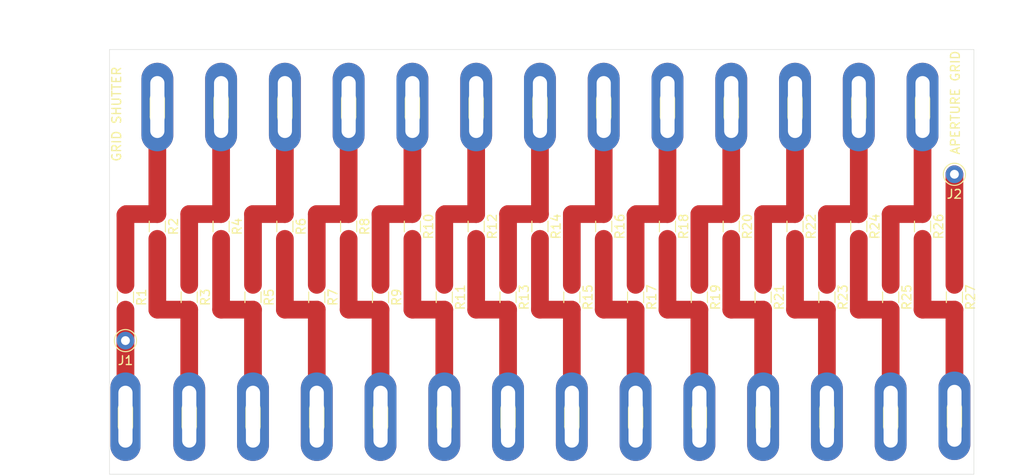
<source format=kicad_pcb>
(kicad_pcb (version 20171130) (host pcbnew "(5.1.5-0)")

  (general
    (thickness 1.6)
    (drawings 16)
    (tracks 84)
    (zones 0)
    (modules 56)
    (nets 29)
  )

  (page A4)
  (layers
    (0 F.Cu signal)
    (31 B.Cu signal)
    (32 B.Adhes user)
    (33 F.Adhes user)
    (34 B.Paste user)
    (35 F.Paste user)
    (36 B.SilkS user)
    (37 F.SilkS user)
    (38 B.Mask user)
    (39 F.Mask user)
    (40 Dwgs.User user)
    (41 Cmts.User user)
    (42 Eco1.User user)
    (43 Eco2.User user)
    (44 Edge.Cuts user)
    (45 Margin user)
    (46 B.CrtYd user)
    (47 F.CrtYd user)
    (48 B.Fab user)
    (49 F.Fab user hide)
  )

  (setup
    (last_trace_width 0.25)
    (user_trace_width 2)
    (trace_clearance 0.2)
    (zone_clearance 0.508)
    (zone_45_only no)
    (trace_min 0.2)
    (via_size 0.8)
    (via_drill 0.4)
    (via_min_size 0.4)
    (via_min_drill 0.3)
    (user_via 2 1)
    (uvia_size 0.3)
    (uvia_drill 0.1)
    (uvias_allowed no)
    (uvia_min_size 0.2)
    (uvia_min_drill 0.1)
    (edge_width 0.05)
    (segment_width 0.2)
    (pcb_text_width 0.3)
    (pcb_text_size 1.5 1.5)
    (mod_edge_width 0.12)
    (mod_text_size 1 1)
    (mod_text_width 0.15)
    (pad_size 3.6 10)
    (pad_drill 1.6)
    (pad_to_mask_clearance 0.051)
    (solder_mask_min_width 0.25)
    (aux_axis_origin 0 0)
    (visible_elements FFFFFF7F)
    (pcbplotparams
      (layerselection 0x010fc_ffffffff)
      (usegerberextensions true)
      (usegerberattributes false)
      (usegerberadvancedattributes false)
      (creategerberjobfile false)
      (excludeedgelayer true)
      (linewidth 0.100000)
      (plotframeref false)
      (viasonmask false)
      (mode 1)
      (useauxorigin false)
      (hpglpennumber 1)
      (hpglpenspeed 20)
      (hpglpendiameter 15.000000)
      (psnegative false)
      (psa4output false)
      (plotreference true)
      (plotvalue true)
      (plotinvisibletext false)
      (padsonsilk false)
      (subtractmaskfromsilk false)
      (outputformat 1)
      (mirror false)
      (drillshape 0)
      (scaleselection 1)
      (outputdirectory "../../../../../../Desktop/GERBER_IMS_1/Divider2/"))
  )

  (net 0 "")
  (net 1 APGRID)
  (net 2 DRIFT_TUBE)
  (net 3 "Net-(E2-Pad1)")
  (net 4 "Net-(E3-Pad1)")
  (net 5 "Net-(E4-Pad1)")
  (net 6 "Net-(E5-Pad1)")
  (net 7 "Net-(E6-Pad1)")
  (net 8 "Net-(E7-Pad1)")
  (net 9 "Net-(E8-Pad1)")
  (net 10 "Net-(E9-Pad1)")
  (net 11 "Net-(E10-Pad1)")
  (net 12 "Net-(E11-Pad1)")
  (net 13 "Net-(E12-Pad1)")
  (net 14 "Net-(E13-Pad1)")
  (net 15 "Net-(E14-Pad1)")
  (net 16 "Net-(E15-Pad1)")
  (net 17 "Net-(E16-Pad1)")
  (net 18 "Net-(E17-Pad1)")
  (net 19 "Net-(E18-Pad1)")
  (net 20 "Net-(E19-Pad1)")
  (net 21 "Net-(E20-Pad1)")
  (net 22 "Net-(E21-Pad1)")
  (net 23 "Net-(E22-Pad1)")
  (net 24 "Net-(E23-Pad1)")
  (net 25 "Net-(E24-Pad1)")
  (net 26 "Net-(E25-Pad1)")
  (net 27 "Net-(E26-Pad1)")
  (net 28 "Net-(E27-Pad1)")

  (net_class Default "Ceci est la Netclass par défaut."
    (clearance 0.2)
    (trace_width 0.25)
    (via_dia 0.8)
    (via_drill 0.4)
    (uvia_dia 0.3)
    (uvia_drill 0.1)
    (add_net APGRID)
    (add_net DRIFT_TUBE)
    (add_net "Net-(E10-Pad1)")
    (add_net "Net-(E11-Pad1)")
    (add_net "Net-(E12-Pad1)")
    (add_net "Net-(E13-Pad1)")
    (add_net "Net-(E14-Pad1)")
    (add_net "Net-(E15-Pad1)")
    (add_net "Net-(E16-Pad1)")
    (add_net "Net-(E17-Pad1)")
    (add_net "Net-(E18-Pad1)")
    (add_net "Net-(E19-Pad1)")
    (add_net "Net-(E2-Pad1)")
    (add_net "Net-(E20-Pad1)")
    (add_net "Net-(E21-Pad1)")
    (add_net "Net-(E22-Pad1)")
    (add_net "Net-(E23-Pad1)")
    (add_net "Net-(E24-Pad1)")
    (add_net "Net-(E25-Pad1)")
    (add_net "Net-(E26-Pad1)")
    (add_net "Net-(E27-Pad1)")
    (add_net "Net-(E3-Pad1)")
    (add_net "Net-(E4-Pad1)")
    (add_net "Net-(E5-Pad1)")
    (add_net "Net-(E6-Pad1)")
    (add_net "Net-(E7-Pad1)")
    (add_net "Net-(E8-Pad1)")
    (add_net "Net-(E9-Pad1)")
  )

  (module Connector:Pad_for_electrode (layer F.Cu) (tedit 5EE38335) (tstamp 5E667607)
    (at 99.6 109.3)
    (path /5E77A543)
    (fp_text reference E1 (at 0.5 6.9) (layer F.SilkS) hide
      (effects (font (size 1 1) (thickness 0.15)))
    )
    (fp_text value Electr. (at 0.1 8) (layer F.Fab)
      (effects (font (size 1 1) (thickness 0.15)))
    )
    (fp_arc (start 0 1) (end -0.8 1) (angle -180) (layer F.SilkS) (width 0.12))
    (fp_arc (start 0 -1) (end 0.8 -1) (angle -180) (layer F.SilkS) (width 0.12))
    (fp_line (start 0.8 -1) (end 0.8 1) (layer F.SilkS) (width 0.12))
    (fp_line (start -0.8 1) (end -0.8 -1) (layer F.SilkS) (width 0.12))
    (pad 1 thru_hole oval (at 0 -0.1) (size 3.4 10) (drill oval 1.6 7) (layers *.Cu *.Mask)
      (net 2 DRIFT_TUBE))
  )

  (module Connector_Pin:Pin_D1.0mm_L10.0mm (layer F.Cu) (tedit 5A1DC084) (tstamp 5E662916)
    (at 99.6 100.6)
    (descr "solder Pin_ diameter 1.0mm, hole diameter 1.0mm (press fit), length 10.0mm")
    (tags "solder Pin_ press fit")
    (path /5E7464A5)
    (fp_text reference J1 (at 0 2.25) (layer F.SilkS)
      (effects (font (size 1 1) (thickness 0.15)))
    )
    (fp_text value "Pwr In" (at 0 -2.05) (layer F.Fab)
      (effects (font (size 1 1) (thickness 0.15)))
    )
    (fp_circle (center 0 0) (end 1.25 0.05) (layer F.SilkS) (width 0.12))
    (fp_circle (center 0 0) (end 1 0) (layer F.Fab) (width 0.12))
    (fp_circle (center 0 0) (end 0.5 0) (layer F.Fab) (width 0.12))
    (fp_circle (center 0 0) (end 1.5 0) (layer F.CrtYd) (width 0.05))
    (fp_text user %R (at 0 2.25) (layer F.Fab)
      (effects (font (size 1 1) (thickness 0.15)))
    )
    (pad 1 thru_hole circle (at 0 0) (size 2 2) (drill 1) (layers *.Cu *.Mask)
      (net 2 DRIFT_TUBE))
    (model ${KISYS3DMOD}/Connector_Pin.3dshapes/Pin_D1.0mm_L10.0mm.wrl
      (at (xyz 0 0 0))
      (scale (xyz 1 1 1))
      (rotate (xyz 0 0 0))
    )
  )

  (module Connector_Pin:Pin_D1.0mm_L10.0mm (layer F.Cu) (tedit 5A1DC084) (tstamp 5E6605B3)
    (at 193.2 81.8)
    (descr "solder Pin_ diameter 1.0mm, hole diameter 1.0mm (press fit), length 10.0mm")
    (tags "solder Pin_ press fit")
    (path /5E6D95D5)
    (fp_text reference J2 (at 0 2.25) (layer F.SilkS)
      (effects (font (size 1 1) (thickness 0.15)))
    )
    (fp_text value "PWR out" (at 0 -2.05) (layer F.Fab)
      (effects (font (size 1 1) (thickness 0.15)))
    )
    (fp_circle (center 0 0) (end 1.25 0.05) (layer F.SilkS) (width 0.12))
    (fp_circle (center 0 0) (end 1 0) (layer F.Fab) (width 0.12))
    (fp_circle (center 0 0) (end 0.5 0) (layer F.Fab) (width 0.12))
    (fp_circle (center 0 0) (end 1.5 0) (layer F.CrtYd) (width 0.05))
    (fp_text user %R (at 0 2.25) (layer F.Fab)
      (effects (font (size 1 1) (thickness 0.15)))
    )
    (pad 1 thru_hole circle (at 0 0) (size 2 2) (drill 1) (layers *.Cu *.Mask)
      (net 1 APGRID))
    (model ${KISYS3DMOD}/Connector_Pin.3dshapes/Pin_D1.0mm_L10.0mm.wrl
      (at (xyz 0 0 0))
      (scale (xyz 1 1 1))
      (rotate (xyz 0 0 0))
    )
  )

  (module Resistor_SMD:R_1206_3216Metric (layer F.Cu) (tedit 5B301BBD) (tstamp 5E655544)
    (at 193.2 95.7 270)
    (descr "Resistor SMD 1206 (3216 Metric), square (rectangular) end terminal, IPC_7351 nominal, (Body size source: http://www.tortai-tech.com/upload/download/2011102023233369053.pdf), generated with kicad-footprint-generator")
    (tags resistor)
    (path /5F8ADFC7)
    (attr smd)
    (fp_text reference R27 (at 0 -1.82 90) (layer F.SilkS)
      (effects (font (size 1 1) (thickness 0.15)))
    )
    (fp_text value 10M (at 0 1.82 90) (layer F.Fab)
      (effects (font (size 1 1) (thickness 0.15)))
    )
    (fp_text user %R (at 0 0 90) (layer F.Fab)
      (effects (font (size 0.8 0.8) (thickness 0.12)))
    )
    (fp_line (start 2.28 1.12) (end -2.28 1.12) (layer F.CrtYd) (width 0.05))
    (fp_line (start 2.28 -1.12) (end 2.28 1.12) (layer F.CrtYd) (width 0.05))
    (fp_line (start -2.28 -1.12) (end 2.28 -1.12) (layer F.CrtYd) (width 0.05))
    (fp_line (start -2.28 1.12) (end -2.28 -1.12) (layer F.CrtYd) (width 0.05))
    (fp_line (start -0.602064 0.91) (end 0.602064 0.91) (layer F.SilkS) (width 0.12))
    (fp_line (start -0.602064 -0.91) (end 0.602064 -0.91) (layer F.SilkS) (width 0.12))
    (fp_line (start 1.6 0.8) (end -1.6 0.8) (layer F.Fab) (width 0.1))
    (fp_line (start 1.6 -0.8) (end 1.6 0.8) (layer F.Fab) (width 0.1))
    (fp_line (start -1.6 -0.8) (end 1.6 -0.8) (layer F.Fab) (width 0.1))
    (fp_line (start -1.6 0.8) (end -1.6 -0.8) (layer F.Fab) (width 0.1))
    (pad 2 smd roundrect (at 1.4 0 270) (size 1.25 1.75) (layers F.Cu F.Paste F.Mask) (roundrect_rratio 0.2)
      (net 28 "Net-(E27-Pad1)"))
    (pad 1 smd roundrect (at -1.4 0 270) (size 1.25 1.75) (layers F.Cu F.Paste F.Mask) (roundrect_rratio 0.2)
      (net 1 APGRID))
    (model ${KISYS3DMOD}/Resistor_SMD.3dshapes/R_1206_3216Metric.wrl
      (at (xyz 0 0 0))
      (scale (xyz 1 1 1))
      (rotate (xyz 0 0 0))
    )
  )

  (module Connector:Pad_for_electrode (layer F.Cu) (tedit 5E63AC58) (tstamp 5E655452)
    (at 193.2 109.2)
    (path /5E666A16)
    (fp_text reference E27 (at 0.5 6.9) (layer F.SilkS) hide
      (effects (font (size 1 1) (thickness 0.15)))
    )
    (fp_text value Electr. (at 0.1 8) (layer F.Fab)
      (effects (font (size 1 1) (thickness 0.15)))
    )
    (fp_arc (start 0 1) (end -0.8 1) (angle -180) (layer F.SilkS) (width 0.12))
    (fp_arc (start 0 -1) (end 0.8 -1) (angle -180) (layer F.SilkS) (width 0.12))
    (fp_line (start 0.8 -1) (end 0.8 1) (layer F.SilkS) (width 0.12))
    (fp_line (start -0.8 1) (end -0.8 -1) (layer F.SilkS) (width 0.12))
    (pad 1 thru_hole oval (at 0 -0.1) (size 3.6 10) (drill oval 1.6 7) (layers *.Cu *.Mask)
      (net 28 "Net-(E27-Pad1)"))
  )

  (module Connector:Pad_for_electrode (layer F.Cu) (tedit 5E63AC58) (tstamp 5E655449)
    (at 186 109.3)
    (path /5E6666B3)
    (fp_text reference E25 (at 0.5 6.9) (layer F.SilkS) hide
      (effects (font (size 1 1) (thickness 0.15)))
    )
    (fp_text value Electr. (at 0.1 8) (layer F.Fab)
      (effects (font (size 1 1) (thickness 0.15)))
    )
    (fp_arc (start 0 1) (end -0.8 1) (angle -180) (layer F.SilkS) (width 0.12))
    (fp_arc (start 0 -1) (end 0.8 -1) (angle -180) (layer F.SilkS) (width 0.12))
    (fp_line (start 0.8 -1) (end 0.8 1) (layer F.SilkS) (width 0.12))
    (fp_line (start -0.8 1) (end -0.8 -1) (layer F.SilkS) (width 0.12))
    (pad 1 thru_hole oval (at 0 -0.1) (size 3.6 10) (drill oval 1.6 7) (layers *.Cu *.Mask)
      (net 26 "Net-(E25-Pad1)"))
  )

  (module Connector:Pad_for_electrode (layer F.Cu) (tedit 5E63AC58) (tstamp 5E655440)
    (at 178.8 109.3)
    (path /5E6662FC)
    (fp_text reference E23 (at 0.5 6.9) (layer F.SilkS) hide
      (effects (font (size 1 1) (thickness 0.15)))
    )
    (fp_text value Electr. (at 0.1 8) (layer F.Fab)
      (effects (font (size 1 1) (thickness 0.15)))
    )
    (fp_arc (start 0 1) (end -0.8 1) (angle -180) (layer F.SilkS) (width 0.12))
    (fp_arc (start 0 -1) (end 0.8 -1) (angle -180) (layer F.SilkS) (width 0.12))
    (fp_line (start 0.8 -1) (end 0.8 1) (layer F.SilkS) (width 0.12))
    (fp_line (start -0.8 1) (end -0.8 -1) (layer F.SilkS) (width 0.12))
    (pad 1 thru_hole oval (at 0 -0.1) (size 3.6 10) (drill oval 1.6 7) (layers *.Cu *.Mask)
      (net 24 "Net-(E23-Pad1)"))
  )

  (module Connector:Pad_for_electrode (layer F.Cu) (tedit 5E63AC58) (tstamp 5E655437)
    (at 171.6 109.3)
    (path /5E665E34)
    (fp_text reference E21 (at 0.5 6.9) (layer F.SilkS) hide
      (effects (font (size 1 1) (thickness 0.15)))
    )
    (fp_text value Electr. (at 0.1 8) (layer F.Fab)
      (effects (font (size 1 1) (thickness 0.15)))
    )
    (fp_arc (start 0 1) (end -0.8 1) (angle -180) (layer F.SilkS) (width 0.12))
    (fp_arc (start 0 -1) (end 0.8 -1) (angle -180) (layer F.SilkS) (width 0.12))
    (fp_line (start 0.8 -1) (end 0.8 1) (layer F.SilkS) (width 0.12))
    (fp_line (start -0.8 1) (end -0.8 -1) (layer F.SilkS) (width 0.12))
    (pad 1 thru_hole oval (at 0 -0.1) (size 3.6 10) (drill oval 1.6 7) (layers *.Cu *.Mask)
      (net 22 "Net-(E21-Pad1)"))
  )

  (module Connector:Pad_for_electrode (layer F.Cu) (tedit 5E63AC58) (tstamp 5E65542E)
    (at 164.4 109.3)
    (path /5E6653BA)
    (fp_text reference E19 (at 0.5 6.9) (layer F.SilkS) hide
      (effects (font (size 1 1) (thickness 0.15)))
    )
    (fp_text value Electr. (at 0.1 8) (layer F.Fab)
      (effects (font (size 1 1) (thickness 0.15)))
    )
    (fp_arc (start 0 1) (end -0.8 1) (angle -180) (layer F.SilkS) (width 0.12))
    (fp_arc (start 0 -1) (end 0.8 -1) (angle -180) (layer F.SilkS) (width 0.12))
    (fp_line (start 0.8 -1) (end 0.8 1) (layer F.SilkS) (width 0.12))
    (fp_line (start -0.8 1) (end -0.8 -1) (layer F.SilkS) (width 0.12))
    (pad 1 thru_hole oval (at 0 -0.1) (size 3.6 10) (drill oval 1.6 7) (layers *.Cu *.Mask)
      (net 20 "Net-(E19-Pad1)"))
  )

  (module Connector:Pad_for_electrode (layer F.Cu) (tedit 5E63AC58) (tstamp 5E655425)
    (at 157.2 109.3)
    (path /5E665018)
    (fp_text reference E17 (at 0.5 6.9) (layer F.SilkS) hide
      (effects (font (size 1 1) (thickness 0.15)))
    )
    (fp_text value Electr. (at 0.1 8) (layer F.Fab)
      (effects (font (size 1 1) (thickness 0.15)))
    )
    (fp_arc (start 0 1) (end -0.8 1) (angle -180) (layer F.SilkS) (width 0.12))
    (fp_arc (start 0 -1) (end 0.8 -1) (angle -180) (layer F.SilkS) (width 0.12))
    (fp_line (start 0.8 -1) (end 0.8 1) (layer F.SilkS) (width 0.12))
    (fp_line (start -0.8 1) (end -0.8 -1) (layer F.SilkS) (width 0.12))
    (pad 1 thru_hole oval (at 0 -0.1) (size 3.6 10) (drill oval 1.6 7) (layers *.Cu *.Mask)
      (net 18 "Net-(E17-Pad1)"))
  )

  (module Connector:Pad_for_electrode (layer F.Cu) (tedit 5E63AC58) (tstamp 5E65541C)
    (at 150 109.3)
    (path /5E664D1E)
    (fp_text reference E15 (at 0.5 6.9) (layer F.SilkS) hide
      (effects (font (size 1 1) (thickness 0.15)))
    )
    (fp_text value Electr. (at 0.1 8) (layer F.Fab)
      (effects (font (size 1 1) (thickness 0.15)))
    )
    (fp_arc (start 0 1) (end -0.8 1) (angle -180) (layer F.SilkS) (width 0.12))
    (fp_arc (start 0 -1) (end 0.8 -1) (angle -180) (layer F.SilkS) (width 0.12))
    (fp_line (start 0.8 -1) (end 0.8 1) (layer F.SilkS) (width 0.12))
    (fp_line (start -0.8 1) (end -0.8 -1) (layer F.SilkS) (width 0.12))
    (pad 1 thru_hole oval (at 0 -0.1) (size 3.6 10) (drill oval 1.6 7) (layers *.Cu *.Mask)
      (net 16 "Net-(E15-Pad1)"))
  )

  (module Connector:Pad_for_electrode (layer F.Cu) (tedit 5E63AC58) (tstamp 5E655413)
    (at 142.8 109.3)
    (path /5E6649FA)
    (fp_text reference E13 (at 0.5 6.9) (layer F.SilkS) hide
      (effects (font (size 1 1) (thickness 0.15)))
    )
    (fp_text value Electr. (at 0.1 8) (layer F.Fab)
      (effects (font (size 1 1) (thickness 0.15)))
    )
    (fp_arc (start 0 1) (end -0.8 1) (angle -180) (layer F.SilkS) (width 0.12))
    (fp_arc (start 0 -1) (end 0.8 -1) (angle -180) (layer F.SilkS) (width 0.12))
    (fp_line (start 0.8 -1) (end 0.8 1) (layer F.SilkS) (width 0.12))
    (fp_line (start -0.8 1) (end -0.8 -1) (layer F.SilkS) (width 0.12))
    (pad 1 thru_hole oval (at 0 -0.1) (size 3.6 10) (drill oval 1.6 7) (layers *.Cu *.Mask)
      (net 14 "Net-(E13-Pad1)"))
  )

  (module Connector:Pad_for_electrode (layer F.Cu) (tedit 5E63AC58) (tstamp 5E65540A)
    (at 135.6 109.3)
    (path /5E664682)
    (fp_text reference E11 (at 0.5 6.9) (layer F.SilkS) hide
      (effects (font (size 1 1) (thickness 0.15)))
    )
    (fp_text value Electr. (at 0.1 8) (layer F.Fab)
      (effects (font (size 1 1) (thickness 0.15)))
    )
    (fp_arc (start 0 1) (end -0.8 1) (angle -180) (layer F.SilkS) (width 0.12))
    (fp_arc (start 0 -1) (end 0.8 -1) (angle -180) (layer F.SilkS) (width 0.12))
    (fp_line (start 0.8 -1) (end 0.8 1) (layer F.SilkS) (width 0.12))
    (fp_line (start -0.8 1) (end -0.8 -1) (layer F.SilkS) (width 0.12))
    (pad 1 thru_hole oval (at 0 -0.1) (size 3.6 10) (drill oval 1.6 7) (layers *.Cu *.Mask)
      (net 12 "Net-(E11-Pad1)"))
  )

  (module Connector:Pad_for_electrode (layer F.Cu) (tedit 5E63AC58) (tstamp 5E655401)
    (at 128.4 109.3)
    (path /5E664373)
    (fp_text reference E9 (at 0.5 6.9) (layer F.SilkS) hide
      (effects (font (size 1 1) (thickness 0.15)))
    )
    (fp_text value Electr. (at 0.1 8) (layer F.Fab)
      (effects (font (size 1 1) (thickness 0.15)))
    )
    (fp_arc (start 0 1) (end -0.8 1) (angle -180) (layer F.SilkS) (width 0.12))
    (fp_arc (start 0 -1) (end 0.8 -1) (angle -180) (layer F.SilkS) (width 0.12))
    (fp_line (start 0.8 -1) (end 0.8 1) (layer F.SilkS) (width 0.12))
    (fp_line (start -0.8 1) (end -0.8 -1) (layer F.SilkS) (width 0.12))
    (pad 1 thru_hole oval (at 0 -0.1) (size 3.6 10) (drill oval 1.6 7) (layers *.Cu *.Mask)
      (net 10 "Net-(E9-Pad1)"))
  )

  (module Connector:Pad_for_electrode (layer F.Cu) (tedit 5E63AC58) (tstamp 5E6553F8)
    (at 121.2 109.3)
    (path /5E663FE6)
    (fp_text reference E7 (at 0.5 6.9) (layer F.SilkS) hide
      (effects (font (size 1 1) (thickness 0.15)))
    )
    (fp_text value Electr. (at 0.1 8) (layer F.Fab)
      (effects (font (size 1 1) (thickness 0.15)))
    )
    (fp_arc (start 0 1) (end -0.8 1) (angle -180) (layer F.SilkS) (width 0.12))
    (fp_arc (start 0 -1) (end 0.8 -1) (angle -180) (layer F.SilkS) (width 0.12))
    (fp_line (start 0.8 -1) (end 0.8 1) (layer F.SilkS) (width 0.12))
    (fp_line (start -0.8 1) (end -0.8 -1) (layer F.SilkS) (width 0.12))
    (pad 1 thru_hole oval (at 0 -0.1) (size 3.6 10) (drill oval 1.6 7) (layers *.Cu *.Mask)
      (net 8 "Net-(E7-Pad1)"))
  )

  (module Connector:Pad_for_electrode (layer F.Cu) (tedit 5E63AC58) (tstamp 5E6553EF)
    (at 114 109.3)
    (path /5E663AF4)
    (fp_text reference E5 (at 0.5 6.9) (layer F.SilkS) hide
      (effects (font (size 1 1) (thickness 0.15)))
    )
    (fp_text value Electr. (at 0.1 8) (layer F.Fab)
      (effects (font (size 1 1) (thickness 0.15)))
    )
    (fp_arc (start 0 1) (end -0.8 1) (angle -180) (layer F.SilkS) (width 0.12))
    (fp_arc (start 0 -1) (end 0.8 -1) (angle -180) (layer F.SilkS) (width 0.12))
    (fp_line (start 0.8 -1) (end 0.8 1) (layer F.SilkS) (width 0.12))
    (fp_line (start -0.8 1) (end -0.8 -1) (layer F.SilkS) (width 0.12))
    (pad 1 thru_hole oval (at 0 -0.1) (size 3.6 10) (drill oval 1.6 7) (layers *.Cu *.Mask)
      (net 6 "Net-(E5-Pad1)"))
  )

  (module Connector:Pad_for_electrode (layer F.Cu) (tedit 5EE3833F) (tstamp 5E6553E6)
    (at 106.8 109.3)
    (path /5E663767)
    (fp_text reference E3 (at 0.5 6.9) (layer F.SilkS) hide
      (effects (font (size 1 1) (thickness 0.15)))
    )
    (fp_text value Electr. (at 0.1 8) (layer F.Fab)
      (effects (font (size 1 1) (thickness 0.15)))
    )
    (fp_arc (start 0 1) (end -0.8 1) (angle -180) (layer F.SilkS) (width 0.12))
    (fp_arc (start 0 -1) (end 0.8 -1) (angle -180) (layer F.SilkS) (width 0.12))
    (fp_line (start 0.8 -1) (end 0.8 1) (layer F.SilkS) (width 0.12))
    (fp_line (start -0.8 1) (end -0.8 -1) (layer F.SilkS) (width 0.12))
    (pad 1 thru_hole oval (at 0 -0.1) (size 3.6 10) (drill oval 1.6 7) (layers *.Cu *.Mask)
      (net 4 "Net-(E3-Pad1)"))
  )

  (module Connector:Pad_for_electrode (layer F.Cu) (tedit 5E63AC58) (tstamp 5E6553CB)
    (at 189.6 74.3)
    (path /5E660865)
    (fp_text reference E26 (at 0.5 6.9) (layer F.SilkS) hide
      (effects (font (size 1 1) (thickness 0.15)))
    )
    (fp_text value Electr. (at 0.1 8) (layer F.Fab)
      (effects (font (size 1 1) (thickness 0.15)))
    )
    (fp_arc (start 0 1) (end -0.8 1) (angle -180) (layer F.SilkS) (width 0.12))
    (fp_arc (start 0 -1) (end 0.8 -1) (angle -180) (layer F.SilkS) (width 0.12))
    (fp_line (start 0.8 -1) (end 0.8 1) (layer F.SilkS) (width 0.12))
    (fp_line (start -0.8 1) (end -0.8 -1) (layer F.SilkS) (width 0.12))
    (pad 1 thru_hole oval (at 0 -0.1) (size 3.6 10) (drill oval 1.6 7) (layers *.Cu *.Mask)
      (net 27 "Net-(E26-Pad1)"))
  )

  (module Connector:Pad_for_electrode (layer F.Cu) (tedit 5E63AC58) (tstamp 5E6553C2)
    (at 182.4 74.3)
    (path /5E660223)
    (fp_text reference E24 (at 0.5 6.9) (layer F.SilkS) hide
      (effects (font (size 1 1) (thickness 0.15)))
    )
    (fp_text value Electr. (at 0.1 8) (layer F.Fab)
      (effects (font (size 1 1) (thickness 0.15)))
    )
    (fp_arc (start 0 1) (end -0.8 1) (angle -180) (layer F.SilkS) (width 0.12))
    (fp_arc (start 0 -1) (end 0.8 -1) (angle -180) (layer F.SilkS) (width 0.12))
    (fp_line (start 0.8 -1) (end 0.8 1) (layer F.SilkS) (width 0.12))
    (fp_line (start -0.8 1) (end -0.8 -1) (layer F.SilkS) (width 0.12))
    (pad 1 thru_hole oval (at 0 -0.1) (size 3.6 10) (drill oval 1.6 7) (layers *.Cu *.Mask)
      (net 25 "Net-(E24-Pad1)"))
  )

  (module Connector:Pad_for_electrode (layer F.Cu) (tedit 5E63AC58) (tstamp 5E6553B9)
    (at 168 74.3)
    (path /5E65FA22)
    (fp_text reference E20 (at 0.5 6.9) (layer F.SilkS) hide
      (effects (font (size 1 1) (thickness 0.15)))
    )
    (fp_text value Electr. (at 0.1 8) (layer F.Fab)
      (effects (font (size 1 1) (thickness 0.15)))
    )
    (fp_arc (start 0 1) (end -0.8 1) (angle -180) (layer F.SilkS) (width 0.12))
    (fp_arc (start 0 -1) (end 0.8 -1) (angle -180) (layer F.SilkS) (width 0.12))
    (fp_line (start 0.8 -1) (end 0.8 1) (layer F.SilkS) (width 0.12))
    (fp_line (start -0.8 1) (end -0.8 -1) (layer F.SilkS) (width 0.12))
    (pad 1 thru_hole oval (at 0 -0.1) (size 3.6 10) (drill oval 1.6 7) (layers *.Cu *.Mask)
      (net 21 "Net-(E20-Pad1)"))
  )

  (module Connector:Pad_for_electrode (layer F.Cu) (tedit 5E63AC58) (tstamp 5E6553B0)
    (at 160.8 74.3)
    (path /5E65F617)
    (fp_text reference E18 (at 0.5 6.9) (layer F.SilkS) hide
      (effects (font (size 1 1) (thickness 0.15)))
    )
    (fp_text value Electr. (at 0.1 8) (layer F.Fab)
      (effects (font (size 1 1) (thickness 0.15)))
    )
    (fp_arc (start 0 1) (end -0.8 1) (angle -180) (layer F.SilkS) (width 0.12))
    (fp_arc (start 0 -1) (end 0.8 -1) (angle -180) (layer F.SilkS) (width 0.12))
    (fp_line (start 0.8 -1) (end 0.8 1) (layer F.SilkS) (width 0.12))
    (fp_line (start -0.8 1) (end -0.8 -1) (layer F.SilkS) (width 0.12))
    (pad 1 thru_hole oval (at 0 -0.1) (size 3.6 10) (drill oval 1.6 7) (layers *.Cu *.Mask)
      (net 19 "Net-(E18-Pad1)"))
  )

  (module Connector:Pad_for_electrode (layer F.Cu) (tedit 5E63AC58) (tstamp 5E6553A7)
    (at 153.6 74.3)
    (path /5E65F18E)
    (fp_text reference E16 (at 0.5 6.9) (layer F.SilkS) hide
      (effects (font (size 1 1) (thickness 0.15)))
    )
    (fp_text value Electr. (at 0.1 8) (layer F.Fab)
      (effects (font (size 1 1) (thickness 0.15)))
    )
    (fp_arc (start 0 1) (end -0.8 1) (angle -180) (layer F.SilkS) (width 0.12))
    (fp_arc (start 0 -1) (end 0.8 -1) (angle -180) (layer F.SilkS) (width 0.12))
    (fp_line (start 0.8 -1) (end 0.8 1) (layer F.SilkS) (width 0.12))
    (fp_line (start -0.8 1) (end -0.8 -1) (layer F.SilkS) (width 0.12))
    (pad 1 thru_hole oval (at 0 -0.1) (size 3.6 10) (drill oval 1.6 7) (layers *.Cu *.Mask)
      (net 17 "Net-(E16-Pad1)"))
  )

  (module Connector:Pad_for_electrode (layer F.Cu) (tedit 5E63AC58) (tstamp 5E65539E)
    (at 146.4 74.3)
    (path /5E65EDAD)
    (fp_text reference E14 (at 0.5 6.9) (layer F.SilkS) hide
      (effects (font (size 1 1) (thickness 0.15)))
    )
    (fp_text value Electr. (at 0.1 8) (layer F.Fab)
      (effects (font (size 1 1) (thickness 0.15)))
    )
    (fp_arc (start 0 1) (end -0.8 1) (angle -180) (layer F.SilkS) (width 0.12))
    (fp_arc (start 0 -1) (end 0.8 -1) (angle -180) (layer F.SilkS) (width 0.12))
    (fp_line (start 0.8 -1) (end 0.8 1) (layer F.SilkS) (width 0.12))
    (fp_line (start -0.8 1) (end -0.8 -1) (layer F.SilkS) (width 0.12))
    (pad 1 thru_hole oval (at 0 -0.1) (size 3.6 10) (drill oval 1.6 7) (layers *.Cu *.Mask)
      (net 15 "Net-(E14-Pad1)"))
  )

  (module Connector:Pad_for_electrode (layer F.Cu) (tedit 5E63AC58) (tstamp 5E655395)
    (at 139.2 74.3)
    (path /5E65E9A2)
    (fp_text reference E12 (at 0.5 6.9) (layer F.SilkS) hide
      (effects (font (size 1 1) (thickness 0.15)))
    )
    (fp_text value Electr. (at 0.1 8) (layer F.Fab)
      (effects (font (size 1 1) (thickness 0.15)))
    )
    (fp_arc (start 0 1) (end -0.8 1) (angle -180) (layer F.SilkS) (width 0.12))
    (fp_arc (start 0 -1) (end 0.8 -1) (angle -180) (layer F.SilkS) (width 0.12))
    (fp_line (start 0.8 -1) (end 0.8 1) (layer F.SilkS) (width 0.12))
    (fp_line (start -0.8 1) (end -0.8 -1) (layer F.SilkS) (width 0.12))
    (pad 1 thru_hole oval (at 0 -0.1) (size 3.6 10) (drill oval 1.6 7) (layers *.Cu *.Mask)
      (net 13 "Net-(E12-Pad1)"))
  )

  (module Connector:Pad_for_electrode (layer F.Cu) (tedit 5E63AC58) (tstamp 5E65538C)
    (at 132 74.3)
    (path /5E65E5EB)
    (fp_text reference E10 (at 0.5 6.9) (layer F.SilkS) hide
      (effects (font (size 1 1) (thickness 0.15)))
    )
    (fp_text value Electr. (at 0.1 8) (layer F.Fab)
      (effects (font (size 1 1) (thickness 0.15)))
    )
    (fp_arc (start 0 1) (end -0.8 1) (angle -180) (layer F.SilkS) (width 0.12))
    (fp_arc (start 0 -1) (end 0.8 -1) (angle -180) (layer F.SilkS) (width 0.12))
    (fp_line (start 0.8 -1) (end 0.8 1) (layer F.SilkS) (width 0.12))
    (fp_line (start -0.8 1) (end -0.8 -1) (layer F.SilkS) (width 0.12))
    (pad 1 thru_hole oval (at 0 -0.1) (size 3.6 10) (drill oval 1.6 7) (layers *.Cu *.Mask)
      (net 11 "Net-(E10-Pad1)"))
  )

  (module Connector:Pad_for_electrode (layer F.Cu) (tedit 5E63AC58) (tstamp 5E655383)
    (at 124.8 74.3)
    (path /5E65E234)
    (fp_text reference E8 (at 0.5 6.9) (layer F.SilkS) hide
      (effects (font (size 1 1) (thickness 0.15)))
    )
    (fp_text value Electr. (at 0.1 8) (layer F.Fab)
      (effects (font (size 1 1) (thickness 0.15)))
    )
    (fp_arc (start 0 1) (end -0.8 1) (angle -180) (layer F.SilkS) (width 0.12))
    (fp_arc (start 0 -1) (end 0.8 -1) (angle -180) (layer F.SilkS) (width 0.12))
    (fp_line (start 0.8 -1) (end 0.8 1) (layer F.SilkS) (width 0.12))
    (fp_line (start -0.8 1) (end -0.8 -1) (layer F.SilkS) (width 0.12))
    (pad 1 thru_hole oval (at 0 -0.1) (size 3.6 10) (drill oval 1.6 7) (layers *.Cu *.Mask)
      (net 9 "Net-(E8-Pad1)"))
  )

  (module Connector:Pad_for_electrode (layer F.Cu) (tedit 5E63AC58) (tstamp 5E65537A)
    (at 117.6 74.3)
    (path /5E65DF64)
    (fp_text reference E6 (at 0.5 6.9) (layer F.SilkS) hide
      (effects (font (size 1 1) (thickness 0.15)))
    )
    (fp_text value Electr. (at 0.1 8) (layer F.Fab)
      (effects (font (size 1 1) (thickness 0.15)))
    )
    (fp_arc (start 0 1) (end -0.8 1) (angle -180) (layer F.SilkS) (width 0.12))
    (fp_arc (start 0 -1) (end 0.8 -1) (angle -180) (layer F.SilkS) (width 0.12))
    (fp_line (start 0.8 -1) (end 0.8 1) (layer F.SilkS) (width 0.12))
    (fp_line (start -0.8 1) (end -0.8 -1) (layer F.SilkS) (width 0.12))
    (pad 1 thru_hole oval (at 0 -0.1) (size 3.6 10) (drill oval 1.6 7) (layers *.Cu *.Mask)
      (net 7 "Net-(E6-Pad1)"))
  )

  (module Connector:Pad_for_electrode (layer F.Cu) (tedit 5E63AC58) (tstamp 5E655371)
    (at 110.4 74.3)
    (path /5E65DBC2)
    (fp_text reference E4 (at 0.5 6.9) (layer F.SilkS) hide
      (effects (font (size 1 1) (thickness 0.15)))
    )
    (fp_text value Electr. (at 0.1 8) (layer F.Fab)
      (effects (font (size 1 1) (thickness 0.15)))
    )
    (fp_arc (start 0 1) (end -0.8 1) (angle -180) (layer F.SilkS) (width 0.12))
    (fp_arc (start 0 -1) (end 0.8 -1) (angle -180) (layer F.SilkS) (width 0.12))
    (fp_line (start 0.8 -1) (end 0.8 1) (layer F.SilkS) (width 0.12))
    (fp_line (start -0.8 1) (end -0.8 -1) (layer F.SilkS) (width 0.12))
    (pad 1 thru_hole oval (at 0 -0.1) (size 3.6 10) (drill oval 1.6 7) (layers *.Cu *.Mask)
      (net 5 "Net-(E4-Pad1)"))
  )

  (module Connector:Pad_for_electrode (layer F.Cu) (tedit 5E63AC58) (tstamp 5E655368)
    (at 103.2 74.3)
    (path /5E65D8F2)
    (fp_text reference E2 (at 0.5 6.9) (layer F.SilkS) hide
      (effects (font (size 1 1) (thickness 0.15)))
    )
    (fp_text value Electr. (at 0.1 8) (layer F.Fab)
      (effects (font (size 1 1) (thickness 0.15)))
    )
    (fp_arc (start 0 1) (end -0.8 1) (angle -180) (layer F.SilkS) (width 0.12))
    (fp_arc (start 0 -1) (end 0.8 -1) (angle -180) (layer F.SilkS) (width 0.12))
    (fp_line (start 0.8 -1) (end 0.8 1) (layer F.SilkS) (width 0.12))
    (fp_line (start -0.8 1) (end -0.8 -1) (layer F.SilkS) (width 0.12))
    (pad 1 thru_hole oval (at 0 -0.1) (size 3.6 10) (drill oval 1.6 7) (layers *.Cu *.Mask)
      (net 3 "Net-(E2-Pad1)"))
  )

  (module Connector:Pad_for_electrode (layer F.Cu) (tedit 5E63AC58) (tstamp 5E655356)
    (at 175.2 74.3)
    (path /5E65FE18)
    (fp_text reference E22 (at 0.5 6.9) (layer F.SilkS) hide
      (effects (font (size 1 1) (thickness 0.15)))
    )
    (fp_text value Electr. (at 0.1 8) (layer F.Fab)
      (effects (font (size 1 1) (thickness 0.15)))
    )
    (fp_arc (start 0 1) (end -0.8 1) (angle -180) (layer F.SilkS) (width 0.12))
    (fp_arc (start 0 -1) (end 0.8 -1) (angle -180) (layer F.SilkS) (width 0.12))
    (fp_line (start 0.8 -1) (end 0.8 1) (layer F.SilkS) (width 0.12))
    (fp_line (start -0.8 1) (end -0.8 -1) (layer F.SilkS) (width 0.12))
    (pad 1 thru_hole oval (at 0 -0.1) (size 3.6 10) (drill oval 1.6 7) (layers *.Cu *.Mask)
      (net 23 "Net-(E22-Pad1)"))
  )

  (module Resistor_SMD:R_1206_3216Metric (layer F.Cu) (tedit 5B301BBD) (tstamp 5E643803)
    (at 189.6 87.7 270)
    (descr "Resistor SMD 1206 (3216 Metric), square (rectangular) end terminal, IPC_7351 nominal, (Body size source: http://www.tortai-tech.com/upload/download/2011102023233369053.pdf), generated with kicad-footprint-generator")
    (tags resistor)
    (path /5F8ADFBD)
    (attr smd)
    (fp_text reference R26 (at 0 -1.82 270) (layer F.SilkS)
      (effects (font (size 1 1) (thickness 0.15)))
    )
    (fp_text value 10M (at 0 1.82 90) (layer F.Fab)
      (effects (font (size 1 1) (thickness 0.15)))
    )
    (fp_text user %R (at 0 0 90) (layer F.Fab)
      (effects (font (size 0.8 0.8) (thickness 0.12)))
    )
    (fp_line (start 2.28 1.12) (end -2.28 1.12) (layer F.CrtYd) (width 0.05))
    (fp_line (start 2.28 -1.12) (end 2.28 1.12) (layer F.CrtYd) (width 0.05))
    (fp_line (start -2.28 -1.12) (end 2.28 -1.12) (layer F.CrtYd) (width 0.05))
    (fp_line (start -2.28 1.12) (end -2.28 -1.12) (layer F.CrtYd) (width 0.05))
    (fp_line (start -0.602064 0.91) (end 0.602064 0.91) (layer F.SilkS) (width 0.12))
    (fp_line (start -0.602064 -0.91) (end 0.602064 -0.91) (layer F.SilkS) (width 0.12))
    (fp_line (start 1.6 0.8) (end -1.6 0.8) (layer F.Fab) (width 0.1))
    (fp_line (start 1.6 -0.8) (end 1.6 0.8) (layer F.Fab) (width 0.1))
    (fp_line (start -1.6 -0.8) (end 1.6 -0.8) (layer F.Fab) (width 0.1))
    (fp_line (start -1.6 0.8) (end -1.6 -0.8) (layer F.Fab) (width 0.1))
    (pad 2 smd roundrect (at 1.4 0 270) (size 1.25 1.75) (layers F.Cu F.Paste F.Mask) (roundrect_rratio 0.2)
      (net 28 "Net-(E27-Pad1)"))
    (pad 1 smd roundrect (at -1.4 0 270) (size 1.25 1.75) (layers F.Cu F.Paste F.Mask) (roundrect_rratio 0.2)
      (net 27 "Net-(E26-Pad1)"))
    (model ${KISYS3DMOD}/Resistor_SMD.3dshapes/R_1206_3216Metric.wrl
      (at (xyz 0 0 0))
      (scale (xyz 1 1 1))
      (rotate (xyz 0 0 0))
    )
  )

  (module Resistor_SMD:R_1206_3216Metric (layer F.Cu) (tedit 5B301BBD) (tstamp 5E6437F2)
    (at 182.4 87.7 270)
    (descr "Resistor SMD 1206 (3216 Metric), square (rectangular) end terminal, IPC_7351 nominal, (Body size source: http://www.tortai-tech.com/upload/download/2011102023233369053.pdf), generated with kicad-footprint-generator")
    (tags resistor)
    (path /5F8ADFB7)
    (attr smd)
    (fp_text reference R24 (at 0 -1.82 90) (layer F.SilkS)
      (effects (font (size 1 1) (thickness 0.15)))
    )
    (fp_text value 10M (at 0 1.82 90) (layer F.Fab)
      (effects (font (size 1 1) (thickness 0.15)))
    )
    (fp_text user %R (at 0 0 90) (layer F.Fab)
      (effects (font (size 0.8 0.8) (thickness 0.12)))
    )
    (fp_line (start 2.28 1.12) (end -2.28 1.12) (layer F.CrtYd) (width 0.05))
    (fp_line (start 2.28 -1.12) (end 2.28 1.12) (layer F.CrtYd) (width 0.05))
    (fp_line (start -2.28 -1.12) (end 2.28 -1.12) (layer F.CrtYd) (width 0.05))
    (fp_line (start -2.28 1.12) (end -2.28 -1.12) (layer F.CrtYd) (width 0.05))
    (fp_line (start -0.602064 0.91) (end 0.602064 0.91) (layer F.SilkS) (width 0.12))
    (fp_line (start -0.602064 -0.91) (end 0.602064 -0.91) (layer F.SilkS) (width 0.12))
    (fp_line (start 1.6 0.8) (end -1.6 0.8) (layer F.Fab) (width 0.1))
    (fp_line (start 1.6 -0.8) (end 1.6 0.8) (layer F.Fab) (width 0.1))
    (fp_line (start -1.6 -0.8) (end 1.6 -0.8) (layer F.Fab) (width 0.1))
    (fp_line (start -1.6 0.8) (end -1.6 -0.8) (layer F.Fab) (width 0.1))
    (pad 2 smd roundrect (at 1.4 0 270) (size 1.25 1.75) (layers F.Cu F.Paste F.Mask) (roundrect_rratio 0.2)
      (net 26 "Net-(E25-Pad1)"))
    (pad 1 smd roundrect (at -1.4 0 270) (size 1.25 1.75) (layers F.Cu F.Paste F.Mask) (roundrect_rratio 0.2)
      (net 25 "Net-(E24-Pad1)"))
    (model ${KISYS3DMOD}/Resistor_SMD.3dshapes/R_1206_3216Metric.wrl
      (at (xyz 0 0 0))
      (scale (xyz 1 1 1))
      (rotate (xyz 0 0 0))
    )
  )

  (module Resistor_SMD:R_1206_3216Metric (layer F.Cu) (tedit 5B301BBD) (tstamp 5E6437E1)
    (at 175.2 87.7 270)
    (descr "Resistor SMD 1206 (3216 Metric), square (rectangular) end terminal, IPC_7351 nominal, (Body size source: http://www.tortai-tech.com/upload/download/2011102023233369053.pdf), generated with kicad-footprint-generator")
    (tags resistor)
    (path /5F8ADFA0)
    (attr smd)
    (fp_text reference R22 (at 0 -1.82 90) (layer F.SilkS)
      (effects (font (size 1 1) (thickness 0.15)))
    )
    (fp_text value 10M (at 0 1.82 90) (layer F.Fab)
      (effects (font (size 1 1) (thickness 0.15)))
    )
    (fp_text user %R (at 0 0 90) (layer F.Fab)
      (effects (font (size 0.8 0.8) (thickness 0.12)))
    )
    (fp_line (start 2.28 1.12) (end -2.28 1.12) (layer F.CrtYd) (width 0.05))
    (fp_line (start 2.28 -1.12) (end 2.28 1.12) (layer F.CrtYd) (width 0.05))
    (fp_line (start -2.28 -1.12) (end 2.28 -1.12) (layer F.CrtYd) (width 0.05))
    (fp_line (start -2.28 1.12) (end -2.28 -1.12) (layer F.CrtYd) (width 0.05))
    (fp_line (start -0.602064 0.91) (end 0.602064 0.91) (layer F.SilkS) (width 0.12))
    (fp_line (start -0.602064 -0.91) (end 0.602064 -0.91) (layer F.SilkS) (width 0.12))
    (fp_line (start 1.6 0.8) (end -1.6 0.8) (layer F.Fab) (width 0.1))
    (fp_line (start 1.6 -0.8) (end 1.6 0.8) (layer F.Fab) (width 0.1))
    (fp_line (start -1.6 -0.8) (end 1.6 -0.8) (layer F.Fab) (width 0.1))
    (fp_line (start -1.6 0.8) (end -1.6 -0.8) (layer F.Fab) (width 0.1))
    (pad 2 smd roundrect (at 1.4 0 270) (size 1.25 1.75) (layers F.Cu F.Paste F.Mask) (roundrect_rratio 0.2)
      (net 24 "Net-(E23-Pad1)"))
    (pad 1 smd roundrect (at -1.4 0 270) (size 1.25 1.75) (layers F.Cu F.Paste F.Mask) (roundrect_rratio 0.2)
      (net 23 "Net-(E22-Pad1)"))
    (model ${KISYS3DMOD}/Resistor_SMD.3dshapes/R_1206_3216Metric.wrl
      (at (xyz 0 0 0))
      (scale (xyz 1 1 1))
      (rotate (xyz 0 0 0))
    )
  )

  (module Resistor_SMD:R_1206_3216Metric (layer F.Cu) (tedit 5B301BBD) (tstamp 5E6437D0)
    (at 168 87.7 270)
    (descr "Resistor SMD 1206 (3216 Metric), square (rectangular) end terminal, IPC_7351 nominal, (Body size source: http://www.tortai-tech.com/upload/download/2011102023233369053.pdf), generated with kicad-footprint-generator")
    (tags resistor)
    (path /5F8ADF8E)
    (attr smd)
    (fp_text reference R20 (at 0 -1.82 90) (layer F.SilkS)
      (effects (font (size 1 1) (thickness 0.15)))
    )
    (fp_text value 10M (at 0 1.82 90) (layer F.Fab)
      (effects (font (size 1 1) (thickness 0.15)))
    )
    (fp_text user %R (at 0 0 90) (layer F.Fab)
      (effects (font (size 0.8 0.8) (thickness 0.12)))
    )
    (fp_line (start 2.28 1.12) (end -2.28 1.12) (layer F.CrtYd) (width 0.05))
    (fp_line (start 2.28 -1.12) (end 2.28 1.12) (layer F.CrtYd) (width 0.05))
    (fp_line (start -2.28 -1.12) (end 2.28 -1.12) (layer F.CrtYd) (width 0.05))
    (fp_line (start -2.28 1.12) (end -2.28 -1.12) (layer F.CrtYd) (width 0.05))
    (fp_line (start -0.602064 0.91) (end 0.602064 0.91) (layer F.SilkS) (width 0.12))
    (fp_line (start -0.602064 -0.91) (end 0.602064 -0.91) (layer F.SilkS) (width 0.12))
    (fp_line (start 1.6 0.8) (end -1.6 0.8) (layer F.Fab) (width 0.1))
    (fp_line (start 1.6 -0.8) (end 1.6 0.8) (layer F.Fab) (width 0.1))
    (fp_line (start -1.6 -0.8) (end 1.6 -0.8) (layer F.Fab) (width 0.1))
    (fp_line (start -1.6 0.8) (end -1.6 -0.8) (layer F.Fab) (width 0.1))
    (pad 2 smd roundrect (at 1.4 0 270) (size 1.25 1.75) (layers F.Cu F.Paste F.Mask) (roundrect_rratio 0.2)
      (net 22 "Net-(E21-Pad1)"))
    (pad 1 smd roundrect (at -1.4 0 270) (size 1.25 1.75) (layers F.Cu F.Paste F.Mask) (roundrect_rratio 0.2)
      (net 21 "Net-(E20-Pad1)"))
    (model ${KISYS3DMOD}/Resistor_SMD.3dshapes/R_1206_3216Metric.wrl
      (at (xyz 0 0 0))
      (scale (xyz 1 1 1))
      (rotate (xyz 0 0 0))
    )
  )

  (module Resistor_SMD:R_1206_3216Metric (layer F.Cu) (tedit 5B301BBD) (tstamp 5E6437BF)
    (at 160.8 87.7 270)
    (descr "Resistor SMD 1206 (3216 Metric), square (rectangular) end terminal, IPC_7351 nominal, (Body size source: http://www.tortai-tech.com/upload/download/2011102023233369053.pdf), generated with kicad-footprint-generator")
    (tags resistor)
    (path /5F8ADF88)
    (attr smd)
    (fp_text reference R18 (at 0 -1.82 90) (layer F.SilkS)
      (effects (font (size 1 1) (thickness 0.15)))
    )
    (fp_text value 10M (at 0 1.82 90) (layer F.Fab)
      (effects (font (size 1 1) (thickness 0.15)))
    )
    (fp_text user %R (at 0 0 90) (layer F.Fab)
      (effects (font (size 0.8 0.8) (thickness 0.12)))
    )
    (fp_line (start 2.28 1.12) (end -2.28 1.12) (layer F.CrtYd) (width 0.05))
    (fp_line (start 2.28 -1.12) (end 2.28 1.12) (layer F.CrtYd) (width 0.05))
    (fp_line (start -2.28 -1.12) (end 2.28 -1.12) (layer F.CrtYd) (width 0.05))
    (fp_line (start -2.28 1.12) (end -2.28 -1.12) (layer F.CrtYd) (width 0.05))
    (fp_line (start -0.602064 0.91) (end 0.602064 0.91) (layer F.SilkS) (width 0.12))
    (fp_line (start -0.602064 -0.91) (end 0.602064 -0.91) (layer F.SilkS) (width 0.12))
    (fp_line (start 1.6 0.8) (end -1.6 0.8) (layer F.Fab) (width 0.1))
    (fp_line (start 1.6 -0.8) (end 1.6 0.8) (layer F.Fab) (width 0.1))
    (fp_line (start -1.6 -0.8) (end 1.6 -0.8) (layer F.Fab) (width 0.1))
    (fp_line (start -1.6 0.8) (end -1.6 -0.8) (layer F.Fab) (width 0.1))
    (pad 2 smd roundrect (at 1.4 0 270) (size 1.25 1.75) (layers F.Cu F.Paste F.Mask) (roundrect_rratio 0.2)
      (net 20 "Net-(E19-Pad1)"))
    (pad 1 smd roundrect (at -1.4 0 270) (size 1.25 1.75) (layers F.Cu F.Paste F.Mask) (roundrect_rratio 0.2)
      (net 19 "Net-(E18-Pad1)"))
    (model ${KISYS3DMOD}/Resistor_SMD.3dshapes/R_1206_3216Metric.wrl
      (at (xyz 0 0 0))
      (scale (xyz 1 1 1))
      (rotate (xyz 0 0 0))
    )
  )

  (module Resistor_SMD:R_1206_3216Metric (layer F.Cu) (tedit 5B301BBD) (tstamp 5E6437AE)
    (at 153.6 87.7 270)
    (descr "Resistor SMD 1206 (3216 Metric), square (rectangular) end terminal, IPC_7351 nominal, (Body size source: http://www.tortai-tech.com/upload/download/2011102023233369053.pdf), generated with kicad-footprint-generator")
    (tags resistor)
    (path /5F8ADF71)
    (attr smd)
    (fp_text reference R16 (at 0 -1.82 90) (layer F.SilkS)
      (effects (font (size 1 1) (thickness 0.15)))
    )
    (fp_text value 10M (at 0 1.82 90) (layer F.Fab)
      (effects (font (size 1 1) (thickness 0.15)))
    )
    (fp_text user %R (at 0 0 90) (layer F.Fab)
      (effects (font (size 0.8 0.8) (thickness 0.12)))
    )
    (fp_line (start 2.28 1.12) (end -2.28 1.12) (layer F.CrtYd) (width 0.05))
    (fp_line (start 2.28 -1.12) (end 2.28 1.12) (layer F.CrtYd) (width 0.05))
    (fp_line (start -2.28 -1.12) (end 2.28 -1.12) (layer F.CrtYd) (width 0.05))
    (fp_line (start -2.28 1.12) (end -2.28 -1.12) (layer F.CrtYd) (width 0.05))
    (fp_line (start -0.602064 0.91) (end 0.602064 0.91) (layer F.SilkS) (width 0.12))
    (fp_line (start -0.602064 -0.91) (end 0.602064 -0.91) (layer F.SilkS) (width 0.12))
    (fp_line (start 1.6 0.8) (end -1.6 0.8) (layer F.Fab) (width 0.1))
    (fp_line (start 1.6 -0.8) (end 1.6 0.8) (layer F.Fab) (width 0.1))
    (fp_line (start -1.6 -0.8) (end 1.6 -0.8) (layer F.Fab) (width 0.1))
    (fp_line (start -1.6 0.8) (end -1.6 -0.8) (layer F.Fab) (width 0.1))
    (pad 2 smd roundrect (at 1.4 0 270) (size 1.25 1.75) (layers F.Cu F.Paste F.Mask) (roundrect_rratio 0.2)
      (net 18 "Net-(E17-Pad1)"))
    (pad 1 smd roundrect (at -1.4 0 270) (size 1.25 1.75) (layers F.Cu F.Paste F.Mask) (roundrect_rratio 0.2)
      (net 17 "Net-(E16-Pad1)"))
    (model ${KISYS3DMOD}/Resistor_SMD.3dshapes/R_1206_3216Metric.wrl
      (at (xyz 0 0 0))
      (scale (xyz 1 1 1))
      (rotate (xyz 0 0 0))
    )
  )

  (module Resistor_SMD:R_1206_3216Metric (layer F.Cu) (tedit 5B301BBD) (tstamp 5E64379D)
    (at 146.4 87.7 270)
    (descr "Resistor SMD 1206 (3216 Metric), square (rectangular) end terminal, IPC_7351 nominal, (Body size source: http://www.tortai-tech.com/upload/download/2011102023233369053.pdf), generated with kicad-footprint-generator")
    (tags resistor)
    (path /5F8ADF5F)
    (attr smd)
    (fp_text reference R14 (at 0 -1.82 90) (layer F.SilkS)
      (effects (font (size 1 1) (thickness 0.15)))
    )
    (fp_text value 10M (at 0 1.82 90) (layer F.Fab)
      (effects (font (size 1 1) (thickness 0.15)))
    )
    (fp_text user %R (at 0 0 90) (layer F.Fab)
      (effects (font (size 0.8 0.8) (thickness 0.12)))
    )
    (fp_line (start 2.28 1.12) (end -2.28 1.12) (layer F.CrtYd) (width 0.05))
    (fp_line (start 2.28 -1.12) (end 2.28 1.12) (layer F.CrtYd) (width 0.05))
    (fp_line (start -2.28 -1.12) (end 2.28 -1.12) (layer F.CrtYd) (width 0.05))
    (fp_line (start -2.28 1.12) (end -2.28 -1.12) (layer F.CrtYd) (width 0.05))
    (fp_line (start -0.602064 0.91) (end 0.602064 0.91) (layer F.SilkS) (width 0.12))
    (fp_line (start -0.602064 -0.91) (end 0.602064 -0.91) (layer F.SilkS) (width 0.12))
    (fp_line (start 1.6 0.8) (end -1.6 0.8) (layer F.Fab) (width 0.1))
    (fp_line (start 1.6 -0.8) (end 1.6 0.8) (layer F.Fab) (width 0.1))
    (fp_line (start -1.6 -0.8) (end 1.6 -0.8) (layer F.Fab) (width 0.1))
    (fp_line (start -1.6 0.8) (end -1.6 -0.8) (layer F.Fab) (width 0.1))
    (pad 2 smd roundrect (at 1.4 0 270) (size 1.25 1.75) (layers F.Cu F.Paste F.Mask) (roundrect_rratio 0.2)
      (net 16 "Net-(E15-Pad1)"))
    (pad 1 smd roundrect (at -1.4 0 270) (size 1.25 1.75) (layers F.Cu F.Paste F.Mask) (roundrect_rratio 0.2)
      (net 15 "Net-(E14-Pad1)"))
    (model ${KISYS3DMOD}/Resistor_SMD.3dshapes/R_1206_3216Metric.wrl
      (at (xyz 0 0 0))
      (scale (xyz 1 1 1))
      (rotate (xyz 0 0 0))
    )
  )

  (module Resistor_SMD:R_1206_3216Metric (layer F.Cu) (tedit 5B301BBD) (tstamp 5E64378C)
    (at 139.2 87.7 270)
    (descr "Resistor SMD 1206 (3216 Metric), square (rectangular) end terminal, IPC_7351 nominal, (Body size source: http://www.tortai-tech.com/upload/download/2011102023233369053.pdf), generated with kicad-footprint-generator")
    (tags resistor)
    (path /5F8ADF59)
    (attr smd)
    (fp_text reference R12 (at 0 -1.82 90) (layer F.SilkS)
      (effects (font (size 1 1) (thickness 0.15)))
    )
    (fp_text value 10M (at 0 1.82 90) (layer F.Fab)
      (effects (font (size 1 1) (thickness 0.15)))
    )
    (fp_text user %R (at 0 0 90) (layer F.Fab)
      (effects (font (size 0.8 0.8) (thickness 0.12)))
    )
    (fp_line (start 2.28 1.12) (end -2.28 1.12) (layer F.CrtYd) (width 0.05))
    (fp_line (start 2.28 -1.12) (end 2.28 1.12) (layer F.CrtYd) (width 0.05))
    (fp_line (start -2.28 -1.12) (end 2.28 -1.12) (layer F.CrtYd) (width 0.05))
    (fp_line (start -2.28 1.12) (end -2.28 -1.12) (layer F.CrtYd) (width 0.05))
    (fp_line (start -0.602064 0.91) (end 0.602064 0.91) (layer F.SilkS) (width 0.12))
    (fp_line (start -0.602064 -0.91) (end 0.602064 -0.91) (layer F.SilkS) (width 0.12))
    (fp_line (start 1.6 0.8) (end -1.6 0.8) (layer F.Fab) (width 0.1))
    (fp_line (start 1.6 -0.8) (end 1.6 0.8) (layer F.Fab) (width 0.1))
    (fp_line (start -1.6 -0.8) (end 1.6 -0.8) (layer F.Fab) (width 0.1))
    (fp_line (start -1.6 0.8) (end -1.6 -0.8) (layer F.Fab) (width 0.1))
    (pad 2 smd roundrect (at 1.4 0 270) (size 1.25 1.75) (layers F.Cu F.Paste F.Mask) (roundrect_rratio 0.2)
      (net 14 "Net-(E13-Pad1)"))
    (pad 1 smd roundrect (at -1.4 0 270) (size 1.25 1.75) (layers F.Cu F.Paste F.Mask) (roundrect_rratio 0.2)
      (net 13 "Net-(E12-Pad1)"))
    (model ${KISYS3DMOD}/Resistor_SMD.3dshapes/R_1206_3216Metric.wrl
      (at (xyz 0 0 0))
      (scale (xyz 1 1 1))
      (rotate (xyz 0 0 0))
    )
  )

  (module Resistor_SMD:R_1206_3216Metric (layer F.Cu) (tedit 5B301BBD) (tstamp 5E64377B)
    (at 132 87.7 270)
    (descr "Resistor SMD 1206 (3216 Metric), square (rectangular) end terminal, IPC_7351 nominal, (Body size source: http://www.tortai-tech.com/upload/download/2011102023233369053.pdf), generated with kicad-footprint-generator")
    (tags resistor)
    (path /5F8ADF42)
    (attr smd)
    (fp_text reference R10 (at 0 -1.82 90) (layer F.SilkS)
      (effects (font (size 1 1) (thickness 0.15)))
    )
    (fp_text value 10M (at 0 1.82 90) (layer F.Fab)
      (effects (font (size 1 1) (thickness 0.15)))
    )
    (fp_text user %R (at 0 0 90) (layer F.Fab)
      (effects (font (size 0.8 0.8) (thickness 0.12)))
    )
    (fp_line (start 2.28 1.12) (end -2.28 1.12) (layer F.CrtYd) (width 0.05))
    (fp_line (start 2.28 -1.12) (end 2.28 1.12) (layer F.CrtYd) (width 0.05))
    (fp_line (start -2.28 -1.12) (end 2.28 -1.12) (layer F.CrtYd) (width 0.05))
    (fp_line (start -2.28 1.12) (end -2.28 -1.12) (layer F.CrtYd) (width 0.05))
    (fp_line (start -0.602064 0.91) (end 0.602064 0.91) (layer F.SilkS) (width 0.12))
    (fp_line (start -0.602064 -0.91) (end 0.602064 -0.91) (layer F.SilkS) (width 0.12))
    (fp_line (start 1.6 0.8) (end -1.6 0.8) (layer F.Fab) (width 0.1))
    (fp_line (start 1.6 -0.8) (end 1.6 0.8) (layer F.Fab) (width 0.1))
    (fp_line (start -1.6 -0.8) (end 1.6 -0.8) (layer F.Fab) (width 0.1))
    (fp_line (start -1.6 0.8) (end -1.6 -0.8) (layer F.Fab) (width 0.1))
    (pad 2 smd roundrect (at 1.4 0 270) (size 1.25 1.75) (layers F.Cu F.Paste F.Mask) (roundrect_rratio 0.2)
      (net 12 "Net-(E11-Pad1)"))
    (pad 1 smd roundrect (at -1.4 0 270) (size 1.25 1.75) (layers F.Cu F.Paste F.Mask) (roundrect_rratio 0.2)
      (net 11 "Net-(E10-Pad1)"))
    (model ${KISYS3DMOD}/Resistor_SMD.3dshapes/R_1206_3216Metric.wrl
      (at (xyz 0 0 0))
      (scale (xyz 1 1 1))
      (rotate (xyz 0 0 0))
    )
  )

  (module Resistor_SMD:R_1206_3216Metric (layer F.Cu) (tedit 5B301BBD) (tstamp 5E64376A)
    (at 124.8 87.7 270)
    (descr "Resistor SMD 1206 (3216 Metric), square (rectangular) end terminal, IPC_7351 nominal, (Body size source: http://www.tortai-tech.com/upload/download/2011102023233369053.pdf), generated with kicad-footprint-generator")
    (tags resistor)
    (path /5F8ADF30)
    (attr smd)
    (fp_text reference R8 (at 0 -1.82 90) (layer F.SilkS)
      (effects (font (size 1 1) (thickness 0.15)))
    )
    (fp_text value 10M (at 0 1.82 90) (layer F.Fab)
      (effects (font (size 1 1) (thickness 0.15)))
    )
    (fp_text user %R (at 0 0 90) (layer F.Fab)
      (effects (font (size 0.8 0.8) (thickness 0.12)))
    )
    (fp_line (start 2.28 1.12) (end -2.28 1.12) (layer F.CrtYd) (width 0.05))
    (fp_line (start 2.28 -1.12) (end 2.28 1.12) (layer F.CrtYd) (width 0.05))
    (fp_line (start -2.28 -1.12) (end 2.28 -1.12) (layer F.CrtYd) (width 0.05))
    (fp_line (start -2.28 1.12) (end -2.28 -1.12) (layer F.CrtYd) (width 0.05))
    (fp_line (start -0.602064 0.91) (end 0.602064 0.91) (layer F.SilkS) (width 0.12))
    (fp_line (start -0.602064 -0.91) (end 0.602064 -0.91) (layer F.SilkS) (width 0.12))
    (fp_line (start 1.6 0.8) (end -1.6 0.8) (layer F.Fab) (width 0.1))
    (fp_line (start 1.6 -0.8) (end 1.6 0.8) (layer F.Fab) (width 0.1))
    (fp_line (start -1.6 -0.8) (end 1.6 -0.8) (layer F.Fab) (width 0.1))
    (fp_line (start -1.6 0.8) (end -1.6 -0.8) (layer F.Fab) (width 0.1))
    (pad 2 smd roundrect (at 1.4 0 270) (size 1.25 1.75) (layers F.Cu F.Paste F.Mask) (roundrect_rratio 0.2)
      (net 10 "Net-(E9-Pad1)"))
    (pad 1 smd roundrect (at -1.4 0 270) (size 1.25 1.75) (layers F.Cu F.Paste F.Mask) (roundrect_rratio 0.2)
      (net 9 "Net-(E8-Pad1)"))
    (model ${KISYS3DMOD}/Resistor_SMD.3dshapes/R_1206_3216Metric.wrl
      (at (xyz 0 0 0))
      (scale (xyz 1 1 1))
      (rotate (xyz 0 0 0))
    )
  )

  (module Resistor_SMD:R_1206_3216Metric (layer F.Cu) (tedit 5B301BBD) (tstamp 5E643759)
    (at 117.6 87.7 270)
    (descr "Resistor SMD 1206 (3216 Metric), square (rectangular) end terminal, IPC_7351 nominal, (Body size source: http://www.tortai-tech.com/upload/download/2011102023233369053.pdf), generated with kicad-footprint-generator")
    (tags resistor)
    (path /5F8ADF2A)
    (attr smd)
    (fp_text reference R6 (at 0 -1.82 90) (layer F.SilkS)
      (effects (font (size 1 1) (thickness 0.15)))
    )
    (fp_text value 10M (at 0 1.82 90) (layer F.Fab)
      (effects (font (size 1 1) (thickness 0.15)))
    )
    (fp_text user %R (at 0 0 90) (layer F.Fab)
      (effects (font (size 0.8 0.8) (thickness 0.12)))
    )
    (fp_line (start 2.28 1.12) (end -2.28 1.12) (layer F.CrtYd) (width 0.05))
    (fp_line (start 2.28 -1.12) (end 2.28 1.12) (layer F.CrtYd) (width 0.05))
    (fp_line (start -2.28 -1.12) (end 2.28 -1.12) (layer F.CrtYd) (width 0.05))
    (fp_line (start -2.28 1.12) (end -2.28 -1.12) (layer F.CrtYd) (width 0.05))
    (fp_line (start -0.602064 0.91) (end 0.602064 0.91) (layer F.SilkS) (width 0.12))
    (fp_line (start -0.602064 -0.91) (end 0.602064 -0.91) (layer F.SilkS) (width 0.12))
    (fp_line (start 1.6 0.8) (end -1.6 0.8) (layer F.Fab) (width 0.1))
    (fp_line (start 1.6 -0.8) (end 1.6 0.8) (layer F.Fab) (width 0.1))
    (fp_line (start -1.6 -0.8) (end 1.6 -0.8) (layer F.Fab) (width 0.1))
    (fp_line (start -1.6 0.8) (end -1.6 -0.8) (layer F.Fab) (width 0.1))
    (pad 2 smd roundrect (at 1.4 0 270) (size 1.25 1.75) (layers F.Cu F.Paste F.Mask) (roundrect_rratio 0.2)
      (net 8 "Net-(E7-Pad1)"))
    (pad 1 smd roundrect (at -1.4 0 270) (size 1.25 1.75) (layers F.Cu F.Paste F.Mask) (roundrect_rratio 0.2)
      (net 7 "Net-(E6-Pad1)"))
    (model ${KISYS3DMOD}/Resistor_SMD.3dshapes/R_1206_3216Metric.wrl
      (at (xyz 0 0 0))
      (scale (xyz 1 1 1))
      (rotate (xyz 0 0 0))
    )
  )

  (module Resistor_SMD:R_1206_3216Metric (layer F.Cu) (tedit 5B301BBD) (tstamp 5E643748)
    (at 110.4 87.7 270)
    (descr "Resistor SMD 1206 (3216 Metric), square (rectangular) end terminal, IPC_7351 nominal, (Body size source: http://www.tortai-tech.com/upload/download/2011102023233369053.pdf), generated with kicad-footprint-generator")
    (tags resistor)
    (path /5F8ADF11)
    (attr smd)
    (fp_text reference R4 (at 0 -1.82 90) (layer F.SilkS)
      (effects (font (size 1 1) (thickness 0.15)))
    )
    (fp_text value 10M (at 0 1.82 90) (layer F.Fab)
      (effects (font (size 1 1) (thickness 0.15)))
    )
    (fp_text user %R (at 0 0 90) (layer F.Fab)
      (effects (font (size 0.8 0.8) (thickness 0.12)))
    )
    (fp_line (start 2.28 1.12) (end -2.28 1.12) (layer F.CrtYd) (width 0.05))
    (fp_line (start 2.28 -1.12) (end 2.28 1.12) (layer F.CrtYd) (width 0.05))
    (fp_line (start -2.28 -1.12) (end 2.28 -1.12) (layer F.CrtYd) (width 0.05))
    (fp_line (start -2.28 1.12) (end -2.28 -1.12) (layer F.CrtYd) (width 0.05))
    (fp_line (start -0.602064 0.91) (end 0.602064 0.91) (layer F.SilkS) (width 0.12))
    (fp_line (start -0.602064 -0.91) (end 0.602064 -0.91) (layer F.SilkS) (width 0.12))
    (fp_line (start 1.6 0.8) (end -1.6 0.8) (layer F.Fab) (width 0.1))
    (fp_line (start 1.6 -0.8) (end 1.6 0.8) (layer F.Fab) (width 0.1))
    (fp_line (start -1.6 -0.8) (end 1.6 -0.8) (layer F.Fab) (width 0.1))
    (fp_line (start -1.6 0.8) (end -1.6 -0.8) (layer F.Fab) (width 0.1))
    (pad 2 smd roundrect (at 1.4 0 270) (size 1.25 1.75) (layers F.Cu F.Paste F.Mask) (roundrect_rratio 0.2)
      (net 6 "Net-(E5-Pad1)"))
    (pad 1 smd roundrect (at -1.4 0 270) (size 1.25 1.75) (layers F.Cu F.Paste F.Mask) (roundrect_rratio 0.2)
      (net 5 "Net-(E4-Pad1)"))
    (model ${KISYS3DMOD}/Resistor_SMD.3dshapes/R_1206_3216Metric.wrl
      (at (xyz 0 0 0))
      (scale (xyz 1 1 1))
      (rotate (xyz 0 0 0))
    )
  )

  (module Resistor_SMD:R_1206_3216Metric (layer F.Cu) (tedit 5B301BBD) (tstamp 5E643737)
    (at 103.2 87.7 270)
    (descr "Resistor SMD 1206 (3216 Metric), square (rectangular) end terminal, IPC_7351 nominal, (Body size source: http://www.tortai-tech.com/upload/download/2011102023233369053.pdf), generated with kicad-footprint-generator")
    (tags resistor)
    (path /5F8ADEFE)
    (attr smd)
    (fp_text reference R2 (at 0 -1.82 90) (layer F.SilkS)
      (effects (font (size 1 1) (thickness 0.15)))
    )
    (fp_text value 10M (at 0 1.82 90) (layer F.Fab)
      (effects (font (size 1 1) (thickness 0.15)))
    )
    (fp_text user %R (at 0 0 90) (layer F.Fab)
      (effects (font (size 0.8 0.8) (thickness 0.12)))
    )
    (fp_line (start 2.28 1.12) (end -2.28 1.12) (layer F.CrtYd) (width 0.05))
    (fp_line (start 2.28 -1.12) (end 2.28 1.12) (layer F.CrtYd) (width 0.05))
    (fp_line (start -2.28 -1.12) (end 2.28 -1.12) (layer F.CrtYd) (width 0.05))
    (fp_line (start -2.28 1.12) (end -2.28 -1.12) (layer F.CrtYd) (width 0.05))
    (fp_line (start -0.602064 0.91) (end 0.602064 0.91) (layer F.SilkS) (width 0.12))
    (fp_line (start -0.602064 -0.91) (end 0.602064 -0.91) (layer F.SilkS) (width 0.12))
    (fp_line (start 1.6 0.8) (end -1.6 0.8) (layer F.Fab) (width 0.1))
    (fp_line (start 1.6 -0.8) (end 1.6 0.8) (layer F.Fab) (width 0.1))
    (fp_line (start -1.6 -0.8) (end 1.6 -0.8) (layer F.Fab) (width 0.1))
    (fp_line (start -1.6 0.8) (end -1.6 -0.8) (layer F.Fab) (width 0.1))
    (pad 2 smd roundrect (at 1.4 0 270) (size 1.25 1.75) (layers F.Cu F.Paste F.Mask) (roundrect_rratio 0.2)
      (net 4 "Net-(E3-Pad1)"))
    (pad 1 smd roundrect (at -1.4 0 270) (size 1.25 1.75) (layers F.Cu F.Paste F.Mask) (roundrect_rratio 0.2)
      (net 3 "Net-(E2-Pad1)"))
    (model ${KISYS3DMOD}/Resistor_SMD.3dshapes/R_1206_3216Metric.wrl
      (at (xyz 0 0 0))
      (scale (xyz 1 1 1))
      (rotate (xyz 0 0 0))
    )
  )

  (module Resistor_SMD:R_1206_3216Metric (layer F.Cu) (tedit 5B301BBD) (tstamp 5E643715)
    (at 186 95.7 270)
    (descr "Resistor SMD 1206 (3216 Metric), square (rectangular) end terminal, IPC_7351 nominal, (Body size source: http://www.tortai-tech.com/upload/download/2011102023233369053.pdf), generated with kicad-footprint-generator")
    (tags resistor)
    (path /5F8ADFB1)
    (attr smd)
    (fp_text reference R25 (at 0 -1.82 90) (layer F.SilkS)
      (effects (font (size 1 1) (thickness 0.15)))
    )
    (fp_text value 10M (at 0 1.82 90) (layer F.Fab)
      (effects (font (size 1 1) (thickness 0.15)))
    )
    (fp_line (start -1.6 0.8) (end -1.6 -0.8) (layer F.Fab) (width 0.1))
    (fp_line (start -1.6 -0.8) (end 1.6 -0.8) (layer F.Fab) (width 0.1))
    (fp_line (start 1.6 -0.8) (end 1.6 0.8) (layer F.Fab) (width 0.1))
    (fp_line (start 1.6 0.8) (end -1.6 0.8) (layer F.Fab) (width 0.1))
    (fp_line (start -0.602064 -0.91) (end 0.602064 -0.91) (layer F.SilkS) (width 0.12))
    (fp_line (start -0.602064 0.91) (end 0.602064 0.91) (layer F.SilkS) (width 0.12))
    (fp_line (start -2.28 1.12) (end -2.28 -1.12) (layer F.CrtYd) (width 0.05))
    (fp_line (start -2.28 -1.12) (end 2.28 -1.12) (layer F.CrtYd) (width 0.05))
    (fp_line (start 2.28 -1.12) (end 2.28 1.12) (layer F.CrtYd) (width 0.05))
    (fp_line (start 2.28 1.12) (end -2.28 1.12) (layer F.CrtYd) (width 0.05))
    (fp_text user %R (at 0 0 90) (layer F.Fab)
      (effects (font (size 0.8 0.8) (thickness 0.12)))
    )
    (pad 1 smd roundrect (at -1.4 0 270) (size 1.25 1.75) (layers F.Cu F.Paste F.Mask) (roundrect_rratio 0.2)
      (net 27 "Net-(E26-Pad1)"))
    (pad 2 smd roundrect (at 1.4 0 270) (size 1.25 1.75) (layers F.Cu F.Paste F.Mask) (roundrect_rratio 0.2)
      (net 26 "Net-(E25-Pad1)"))
    (model ${KISYS3DMOD}/Resistor_SMD.3dshapes/R_1206_3216Metric.wrl
      (at (xyz 0 0 0))
      (scale (xyz 1 1 1))
      (rotate (xyz 0 0 0))
    )
  )

  (module Resistor_SMD:R_1206_3216Metric (layer F.Cu) (tedit 5B301BBD) (tstamp 5E643704)
    (at 178.8 95.7 270)
    (descr "Resistor SMD 1206 (3216 Metric), square (rectangular) end terminal, IPC_7351 nominal, (Body size source: http://www.tortai-tech.com/upload/download/2011102023233369053.pdf), generated with kicad-footprint-generator")
    (tags resistor)
    (path /5F8ADFAB)
    (attr smd)
    (fp_text reference R23 (at 0 -1.82 90) (layer F.SilkS)
      (effects (font (size 1 1) (thickness 0.15)))
    )
    (fp_text value 10M (at 0 1.82 90) (layer F.Fab)
      (effects (font (size 1 1) (thickness 0.15)))
    )
    (fp_text user %R (at 0 0 90) (layer F.Fab)
      (effects (font (size 0.8 0.8) (thickness 0.12)))
    )
    (fp_line (start 2.28 1.12) (end -2.28 1.12) (layer F.CrtYd) (width 0.05))
    (fp_line (start 2.28 -1.12) (end 2.28 1.12) (layer F.CrtYd) (width 0.05))
    (fp_line (start -2.28 -1.12) (end 2.28 -1.12) (layer F.CrtYd) (width 0.05))
    (fp_line (start -2.28 1.12) (end -2.28 -1.12) (layer F.CrtYd) (width 0.05))
    (fp_line (start -0.602064 0.91) (end 0.602064 0.91) (layer F.SilkS) (width 0.12))
    (fp_line (start -0.602064 -0.91) (end 0.602064 -0.91) (layer F.SilkS) (width 0.12))
    (fp_line (start 1.6 0.8) (end -1.6 0.8) (layer F.Fab) (width 0.1))
    (fp_line (start 1.6 -0.8) (end 1.6 0.8) (layer F.Fab) (width 0.1))
    (fp_line (start -1.6 -0.8) (end 1.6 -0.8) (layer F.Fab) (width 0.1))
    (fp_line (start -1.6 0.8) (end -1.6 -0.8) (layer F.Fab) (width 0.1))
    (pad 2 smd roundrect (at 1.4 0 270) (size 1.25 1.75) (layers F.Cu F.Paste F.Mask) (roundrect_rratio 0.2)
      (net 24 "Net-(E23-Pad1)"))
    (pad 1 smd roundrect (at -1.4 0 270) (size 1.25 1.75) (layers F.Cu F.Paste F.Mask) (roundrect_rratio 0.2)
      (net 25 "Net-(E24-Pad1)"))
    (model ${KISYS3DMOD}/Resistor_SMD.3dshapes/R_1206_3216Metric.wrl
      (at (xyz 0 0 0))
      (scale (xyz 1 1 1))
      (rotate (xyz 0 0 0))
    )
  )

  (module Resistor_SMD:R_1206_3216Metric (layer F.Cu) (tedit 5B301BBD) (tstamp 5E6436F3)
    (at 171.6 95.7 270)
    (descr "Resistor SMD 1206 (3216 Metric), square (rectangular) end terminal, IPC_7351 nominal, (Body size source: http://www.tortai-tech.com/upload/download/2011102023233369053.pdf), generated with kicad-footprint-generator")
    (tags resistor)
    (path /5F8ADF98)
    (attr smd)
    (fp_text reference R21 (at 0 -1.82 90) (layer F.SilkS)
      (effects (font (size 1 1) (thickness 0.15)))
    )
    (fp_text value 10M (at 0 1.82 90) (layer F.Fab)
      (effects (font (size 1 1) (thickness 0.15)))
    )
    (fp_text user %R (at 0 0 90) (layer F.Fab)
      (effects (font (size 0.8 0.8) (thickness 0.12)))
    )
    (fp_line (start 2.28 1.12) (end -2.28 1.12) (layer F.CrtYd) (width 0.05))
    (fp_line (start 2.28 -1.12) (end 2.28 1.12) (layer F.CrtYd) (width 0.05))
    (fp_line (start -2.28 -1.12) (end 2.28 -1.12) (layer F.CrtYd) (width 0.05))
    (fp_line (start -2.28 1.12) (end -2.28 -1.12) (layer F.CrtYd) (width 0.05))
    (fp_line (start -0.602064 0.91) (end 0.602064 0.91) (layer F.SilkS) (width 0.12))
    (fp_line (start -0.602064 -0.91) (end 0.602064 -0.91) (layer F.SilkS) (width 0.12))
    (fp_line (start 1.6 0.8) (end -1.6 0.8) (layer F.Fab) (width 0.1))
    (fp_line (start 1.6 -0.8) (end 1.6 0.8) (layer F.Fab) (width 0.1))
    (fp_line (start -1.6 -0.8) (end 1.6 -0.8) (layer F.Fab) (width 0.1))
    (fp_line (start -1.6 0.8) (end -1.6 -0.8) (layer F.Fab) (width 0.1))
    (pad 2 smd roundrect (at 1.4 0 270) (size 1.25 1.75) (layers F.Cu F.Paste F.Mask) (roundrect_rratio 0.2)
      (net 22 "Net-(E21-Pad1)"))
    (pad 1 smd roundrect (at -1.4 0 270) (size 1.25 1.75) (layers F.Cu F.Paste F.Mask) (roundrect_rratio 0.2)
      (net 23 "Net-(E22-Pad1)"))
    (model ${KISYS3DMOD}/Resistor_SMD.3dshapes/R_1206_3216Metric.wrl
      (at (xyz 0 0 0))
      (scale (xyz 1 1 1))
      (rotate (xyz 0 0 0))
    )
  )

  (module Resistor_SMD:R_1206_3216Metric (layer F.Cu) (tedit 5B301BBD) (tstamp 5E6436E2)
    (at 164.4 95.7 270)
    (descr "Resistor SMD 1206 (3216 Metric), square (rectangular) end terminal, IPC_7351 nominal, (Body size source: http://www.tortai-tech.com/upload/download/2011102023233369053.pdf), generated with kicad-footprint-generator")
    (tags resistor)
    (path /5F8ADF82)
    (attr smd)
    (fp_text reference R19 (at 0 -1.82 90) (layer F.SilkS)
      (effects (font (size 1 1) (thickness 0.15)))
    )
    (fp_text value 10M (at 0 1.82 90) (layer F.Fab)
      (effects (font (size 1 1) (thickness 0.15)))
    )
    (fp_text user %R (at 0 0 90) (layer F.Fab)
      (effects (font (size 0.8 0.8) (thickness 0.12)))
    )
    (fp_line (start 2.28 1.12) (end -2.28 1.12) (layer F.CrtYd) (width 0.05))
    (fp_line (start 2.28 -1.12) (end 2.28 1.12) (layer F.CrtYd) (width 0.05))
    (fp_line (start -2.28 -1.12) (end 2.28 -1.12) (layer F.CrtYd) (width 0.05))
    (fp_line (start -2.28 1.12) (end -2.28 -1.12) (layer F.CrtYd) (width 0.05))
    (fp_line (start -0.602064 0.91) (end 0.602064 0.91) (layer F.SilkS) (width 0.12))
    (fp_line (start -0.602064 -0.91) (end 0.602064 -0.91) (layer F.SilkS) (width 0.12))
    (fp_line (start 1.6 0.8) (end -1.6 0.8) (layer F.Fab) (width 0.1))
    (fp_line (start 1.6 -0.8) (end 1.6 0.8) (layer F.Fab) (width 0.1))
    (fp_line (start -1.6 -0.8) (end 1.6 -0.8) (layer F.Fab) (width 0.1))
    (fp_line (start -1.6 0.8) (end -1.6 -0.8) (layer F.Fab) (width 0.1))
    (pad 2 smd roundrect (at 1.4 0 270) (size 1.25 1.75) (layers F.Cu F.Paste F.Mask) (roundrect_rratio 0.2)
      (net 20 "Net-(E19-Pad1)"))
    (pad 1 smd roundrect (at -1.4 0 270) (size 1.25 1.75) (layers F.Cu F.Paste F.Mask) (roundrect_rratio 0.2)
      (net 21 "Net-(E20-Pad1)"))
    (model ${KISYS3DMOD}/Resistor_SMD.3dshapes/R_1206_3216Metric.wrl
      (at (xyz 0 0 0))
      (scale (xyz 1 1 1))
      (rotate (xyz 0 0 0))
    )
  )

  (module Resistor_SMD:R_1206_3216Metric (layer F.Cu) (tedit 5B301BBD) (tstamp 5E6436D1)
    (at 157.2 95.7 270)
    (descr "Resistor SMD 1206 (3216 Metric), square (rectangular) end terminal, IPC_7351 nominal, (Body size source: http://www.tortai-tech.com/upload/download/2011102023233369053.pdf), generated with kicad-footprint-generator")
    (tags resistor)
    (path /5F8ADF7C)
    (attr smd)
    (fp_text reference R17 (at 0 -1.82 90) (layer F.SilkS)
      (effects (font (size 1 1) (thickness 0.15)))
    )
    (fp_text value 10M (at 0 1.82 90) (layer F.Fab)
      (effects (font (size 1 1) (thickness 0.15)))
    )
    (fp_text user %R (at 0 0 90) (layer F.Fab)
      (effects (font (size 0.8 0.8) (thickness 0.12)))
    )
    (fp_line (start 2.28 1.12) (end -2.28 1.12) (layer F.CrtYd) (width 0.05))
    (fp_line (start 2.28 -1.12) (end 2.28 1.12) (layer F.CrtYd) (width 0.05))
    (fp_line (start -2.28 -1.12) (end 2.28 -1.12) (layer F.CrtYd) (width 0.05))
    (fp_line (start -2.28 1.12) (end -2.28 -1.12) (layer F.CrtYd) (width 0.05))
    (fp_line (start -0.602064 0.91) (end 0.602064 0.91) (layer F.SilkS) (width 0.12))
    (fp_line (start -0.602064 -0.91) (end 0.602064 -0.91) (layer F.SilkS) (width 0.12))
    (fp_line (start 1.6 0.8) (end -1.6 0.8) (layer F.Fab) (width 0.1))
    (fp_line (start 1.6 -0.8) (end 1.6 0.8) (layer F.Fab) (width 0.1))
    (fp_line (start -1.6 -0.8) (end 1.6 -0.8) (layer F.Fab) (width 0.1))
    (fp_line (start -1.6 0.8) (end -1.6 -0.8) (layer F.Fab) (width 0.1))
    (pad 2 smd roundrect (at 1.4 0 270) (size 1.25 1.75) (layers F.Cu F.Paste F.Mask) (roundrect_rratio 0.2)
      (net 18 "Net-(E17-Pad1)"))
    (pad 1 smd roundrect (at -1.4 0 270) (size 1.25 1.75) (layers F.Cu F.Paste F.Mask) (roundrect_rratio 0.2)
      (net 19 "Net-(E18-Pad1)"))
    (model ${KISYS3DMOD}/Resistor_SMD.3dshapes/R_1206_3216Metric.wrl
      (at (xyz 0 0 0))
      (scale (xyz 1 1 1))
      (rotate (xyz 0 0 0))
    )
  )

  (module Resistor_SMD:R_1206_3216Metric (layer F.Cu) (tedit 5B301BBD) (tstamp 5E6436C0)
    (at 150 95.7 270)
    (descr "Resistor SMD 1206 (3216 Metric), square (rectangular) end terminal, IPC_7351 nominal, (Body size source: http://www.tortai-tech.com/upload/download/2011102023233369053.pdf), generated with kicad-footprint-generator")
    (tags resistor)
    (path /5F8ADF69)
    (attr smd)
    (fp_text reference R15 (at 0 -1.82 90) (layer F.SilkS)
      (effects (font (size 1 1) (thickness 0.15)))
    )
    (fp_text value 10M (at 0 1.82 90) (layer F.Fab)
      (effects (font (size 1 1) (thickness 0.15)))
    )
    (fp_text user %R (at 0 0 90) (layer F.Fab)
      (effects (font (size 0.8 0.8) (thickness 0.12)))
    )
    (fp_line (start 2.28 1.12) (end -2.28 1.12) (layer F.CrtYd) (width 0.05))
    (fp_line (start 2.28 -1.12) (end 2.28 1.12) (layer F.CrtYd) (width 0.05))
    (fp_line (start -2.28 -1.12) (end 2.28 -1.12) (layer F.CrtYd) (width 0.05))
    (fp_line (start -2.28 1.12) (end -2.28 -1.12) (layer F.CrtYd) (width 0.05))
    (fp_line (start -0.602064 0.91) (end 0.602064 0.91) (layer F.SilkS) (width 0.12))
    (fp_line (start -0.602064 -0.91) (end 0.602064 -0.91) (layer F.SilkS) (width 0.12))
    (fp_line (start 1.6 0.8) (end -1.6 0.8) (layer F.Fab) (width 0.1))
    (fp_line (start 1.6 -0.8) (end 1.6 0.8) (layer F.Fab) (width 0.1))
    (fp_line (start -1.6 -0.8) (end 1.6 -0.8) (layer F.Fab) (width 0.1))
    (fp_line (start -1.6 0.8) (end -1.6 -0.8) (layer F.Fab) (width 0.1))
    (pad 2 smd roundrect (at 1.4 0 270) (size 1.25 1.75) (layers F.Cu F.Paste F.Mask) (roundrect_rratio 0.2)
      (net 16 "Net-(E15-Pad1)"))
    (pad 1 smd roundrect (at -1.4 0 270) (size 1.25 1.75) (layers F.Cu F.Paste F.Mask) (roundrect_rratio 0.2)
      (net 17 "Net-(E16-Pad1)"))
    (model ${KISYS3DMOD}/Resistor_SMD.3dshapes/R_1206_3216Metric.wrl
      (at (xyz 0 0 0))
      (scale (xyz 1 1 1))
      (rotate (xyz 0 0 0))
    )
  )

  (module Resistor_SMD:R_1206_3216Metric (layer F.Cu) (tedit 5B301BBD) (tstamp 5E6436AF)
    (at 142.8 95.7 270)
    (descr "Resistor SMD 1206 (3216 Metric), square (rectangular) end terminal, IPC_7351 nominal, (Body size source: http://www.tortai-tech.com/upload/download/2011102023233369053.pdf), generated with kicad-footprint-generator")
    (tags resistor)
    (path /5F8ADF53)
    (attr smd)
    (fp_text reference R13 (at 0 -1.82 90) (layer F.SilkS)
      (effects (font (size 1 1) (thickness 0.15)))
    )
    (fp_text value 10M (at 0 1.82 90) (layer F.Fab)
      (effects (font (size 1 1) (thickness 0.15)))
    )
    (fp_text user %R (at 0 0 90) (layer F.Fab)
      (effects (font (size 0.8 0.8) (thickness 0.12)))
    )
    (fp_line (start 2.28 1.12) (end -2.28 1.12) (layer F.CrtYd) (width 0.05))
    (fp_line (start 2.28 -1.12) (end 2.28 1.12) (layer F.CrtYd) (width 0.05))
    (fp_line (start -2.28 -1.12) (end 2.28 -1.12) (layer F.CrtYd) (width 0.05))
    (fp_line (start -2.28 1.12) (end -2.28 -1.12) (layer F.CrtYd) (width 0.05))
    (fp_line (start -0.602064 0.91) (end 0.602064 0.91) (layer F.SilkS) (width 0.12))
    (fp_line (start -0.602064 -0.91) (end 0.602064 -0.91) (layer F.SilkS) (width 0.12))
    (fp_line (start 1.6 0.8) (end -1.6 0.8) (layer F.Fab) (width 0.1))
    (fp_line (start 1.6 -0.8) (end 1.6 0.8) (layer F.Fab) (width 0.1))
    (fp_line (start -1.6 -0.8) (end 1.6 -0.8) (layer F.Fab) (width 0.1))
    (fp_line (start -1.6 0.8) (end -1.6 -0.8) (layer F.Fab) (width 0.1))
    (pad 2 smd roundrect (at 1.4 0 270) (size 1.25 1.75) (layers F.Cu F.Paste F.Mask) (roundrect_rratio 0.2)
      (net 14 "Net-(E13-Pad1)"))
    (pad 1 smd roundrect (at -1.4 0 270) (size 1.25 1.75) (layers F.Cu F.Paste F.Mask) (roundrect_rratio 0.2)
      (net 15 "Net-(E14-Pad1)"))
    (model ${KISYS3DMOD}/Resistor_SMD.3dshapes/R_1206_3216Metric.wrl
      (at (xyz 0 0 0))
      (scale (xyz 1 1 1))
      (rotate (xyz 0 0 0))
    )
  )

  (module Resistor_SMD:R_1206_3216Metric (layer F.Cu) (tedit 5B301BBD) (tstamp 5E64369E)
    (at 135.6 95.7 270)
    (descr "Resistor SMD 1206 (3216 Metric), square (rectangular) end terminal, IPC_7351 nominal, (Body size source: http://www.tortai-tech.com/upload/download/2011102023233369053.pdf), generated with kicad-footprint-generator")
    (tags resistor)
    (path /5F8ADF4D)
    (attr smd)
    (fp_text reference R11 (at 0 -1.82 90) (layer F.SilkS)
      (effects (font (size 1 1) (thickness 0.15)))
    )
    (fp_text value 10M (at 0 1.82 90) (layer F.Fab)
      (effects (font (size 1 1) (thickness 0.15)))
    )
    (fp_text user %R (at 0 0 90) (layer F.Fab)
      (effects (font (size 0.8 0.8) (thickness 0.12)))
    )
    (fp_line (start 2.28 1.12) (end -2.28 1.12) (layer F.CrtYd) (width 0.05))
    (fp_line (start 2.28 -1.12) (end 2.28 1.12) (layer F.CrtYd) (width 0.05))
    (fp_line (start -2.28 -1.12) (end 2.28 -1.12) (layer F.CrtYd) (width 0.05))
    (fp_line (start -2.28 1.12) (end -2.28 -1.12) (layer F.CrtYd) (width 0.05))
    (fp_line (start -0.602064 0.91) (end 0.602064 0.91) (layer F.SilkS) (width 0.12))
    (fp_line (start -0.602064 -0.91) (end 0.602064 -0.91) (layer F.SilkS) (width 0.12))
    (fp_line (start 1.6 0.8) (end -1.6 0.8) (layer F.Fab) (width 0.1))
    (fp_line (start 1.6 -0.8) (end 1.6 0.8) (layer F.Fab) (width 0.1))
    (fp_line (start -1.6 -0.8) (end 1.6 -0.8) (layer F.Fab) (width 0.1))
    (fp_line (start -1.6 0.8) (end -1.6 -0.8) (layer F.Fab) (width 0.1))
    (pad 2 smd roundrect (at 1.4 0 270) (size 1.25 1.75) (layers F.Cu F.Paste F.Mask) (roundrect_rratio 0.2)
      (net 12 "Net-(E11-Pad1)"))
    (pad 1 smd roundrect (at -1.4 0 270) (size 1.25 1.75) (layers F.Cu F.Paste F.Mask) (roundrect_rratio 0.2)
      (net 13 "Net-(E12-Pad1)"))
    (model ${KISYS3DMOD}/Resistor_SMD.3dshapes/R_1206_3216Metric.wrl
      (at (xyz 0 0 0))
      (scale (xyz 1 1 1))
      (rotate (xyz 0 0 0))
    )
  )

  (module Resistor_SMD:R_1206_3216Metric (layer F.Cu) (tedit 5B301BBD) (tstamp 5E64368D)
    (at 128.4 95.7 270)
    (descr "Resistor SMD 1206 (3216 Metric), square (rectangular) end terminal, IPC_7351 nominal, (Body size source: http://www.tortai-tech.com/upload/download/2011102023233369053.pdf), generated with kicad-footprint-generator")
    (tags resistor)
    (path /5F8ADF3A)
    (attr smd)
    (fp_text reference R9 (at 0 -1.82 90) (layer F.SilkS)
      (effects (font (size 1 1) (thickness 0.15)))
    )
    (fp_text value 10M (at 0 1.82 90) (layer F.Fab)
      (effects (font (size 1 1) (thickness 0.15)))
    )
    (fp_text user %R (at 0 0 90) (layer F.Fab)
      (effects (font (size 0.8 0.8) (thickness 0.12)))
    )
    (fp_line (start 2.28 1.12) (end -2.28 1.12) (layer F.CrtYd) (width 0.05))
    (fp_line (start 2.28 -1.12) (end 2.28 1.12) (layer F.CrtYd) (width 0.05))
    (fp_line (start -2.28 -1.12) (end 2.28 -1.12) (layer F.CrtYd) (width 0.05))
    (fp_line (start -2.28 1.12) (end -2.28 -1.12) (layer F.CrtYd) (width 0.05))
    (fp_line (start -0.602064 0.91) (end 0.602064 0.91) (layer F.SilkS) (width 0.12))
    (fp_line (start -0.602064 -0.91) (end 0.602064 -0.91) (layer F.SilkS) (width 0.12))
    (fp_line (start 1.6 0.8) (end -1.6 0.8) (layer F.Fab) (width 0.1))
    (fp_line (start 1.6 -0.8) (end 1.6 0.8) (layer F.Fab) (width 0.1))
    (fp_line (start -1.6 -0.8) (end 1.6 -0.8) (layer F.Fab) (width 0.1))
    (fp_line (start -1.6 0.8) (end -1.6 -0.8) (layer F.Fab) (width 0.1))
    (pad 2 smd roundrect (at 1.4 0 270) (size 1.25 1.75) (layers F.Cu F.Paste F.Mask) (roundrect_rratio 0.2)
      (net 10 "Net-(E9-Pad1)"))
    (pad 1 smd roundrect (at -1.4 0 270) (size 1.25 1.75) (layers F.Cu F.Paste F.Mask) (roundrect_rratio 0.2)
      (net 11 "Net-(E10-Pad1)"))
    (model ${KISYS3DMOD}/Resistor_SMD.3dshapes/R_1206_3216Metric.wrl
      (at (xyz 0 0 0))
      (scale (xyz 1 1 1))
      (rotate (xyz 0 0 0))
    )
  )

  (module Resistor_SMD:R_1206_3216Metric (layer F.Cu) (tedit 5B301BBD) (tstamp 5E64367C)
    (at 121.2 95.7 270)
    (descr "Resistor SMD 1206 (3216 Metric), square (rectangular) end terminal, IPC_7351 nominal, (Body size source: http://www.tortai-tech.com/upload/download/2011102023233369053.pdf), generated with kicad-footprint-generator")
    (tags resistor)
    (path /5F8ADF24)
    (attr smd)
    (fp_text reference R7 (at 0 -1.82 90) (layer F.SilkS)
      (effects (font (size 1 1) (thickness 0.15)))
    )
    (fp_text value 10M (at 0 1.82 90) (layer F.Fab)
      (effects (font (size 1 1) (thickness 0.15)))
    )
    (fp_text user %R (at 0 0 90) (layer F.Fab)
      (effects (font (size 0.8 0.8) (thickness 0.12)))
    )
    (fp_line (start 2.28 1.12) (end -2.28 1.12) (layer F.CrtYd) (width 0.05))
    (fp_line (start 2.28 -1.12) (end 2.28 1.12) (layer F.CrtYd) (width 0.05))
    (fp_line (start -2.28 -1.12) (end 2.28 -1.12) (layer F.CrtYd) (width 0.05))
    (fp_line (start -2.28 1.12) (end -2.28 -1.12) (layer F.CrtYd) (width 0.05))
    (fp_line (start -0.602064 0.91) (end 0.602064 0.91) (layer F.SilkS) (width 0.12))
    (fp_line (start -0.602064 -0.91) (end 0.602064 -0.91) (layer F.SilkS) (width 0.12))
    (fp_line (start 1.6 0.8) (end -1.6 0.8) (layer F.Fab) (width 0.1))
    (fp_line (start 1.6 -0.8) (end 1.6 0.8) (layer F.Fab) (width 0.1))
    (fp_line (start -1.6 -0.8) (end 1.6 -0.8) (layer F.Fab) (width 0.1))
    (fp_line (start -1.6 0.8) (end -1.6 -0.8) (layer F.Fab) (width 0.1))
    (pad 2 smd roundrect (at 1.4 0 270) (size 1.25 1.75) (layers F.Cu F.Paste F.Mask) (roundrect_rratio 0.2)
      (net 8 "Net-(E7-Pad1)"))
    (pad 1 smd roundrect (at -1.4 0 270) (size 1.25 1.75) (layers F.Cu F.Paste F.Mask) (roundrect_rratio 0.2)
      (net 9 "Net-(E8-Pad1)"))
    (model ${KISYS3DMOD}/Resistor_SMD.3dshapes/R_1206_3216Metric.wrl
      (at (xyz 0 0 0))
      (scale (xyz 1 1 1))
      (rotate (xyz 0 0 0))
    )
  )

  (module Resistor_SMD:R_1206_3216Metric (layer F.Cu) (tedit 5B301BBD) (tstamp 5E64366B)
    (at 114 95.7 270)
    (descr "Resistor SMD 1206 (3216 Metric), square (rectangular) end terminal, IPC_7351 nominal, (Body size source: http://www.tortai-tech.com/upload/download/2011102023233369053.pdf), generated with kicad-footprint-generator")
    (tags resistor)
    (path /5F8ADF1E)
    (attr smd)
    (fp_text reference R5 (at 0 -1.82 90) (layer F.SilkS)
      (effects (font (size 1 1) (thickness 0.15)))
    )
    (fp_text value 10M (at 0 1.82 90) (layer F.Fab)
      (effects (font (size 1 1) (thickness 0.15)))
    )
    (fp_text user %R (at 0 0 90) (layer F.Fab)
      (effects (font (size 0.8 0.8) (thickness 0.12)))
    )
    (fp_line (start 2.28 1.12) (end -2.28 1.12) (layer F.CrtYd) (width 0.05))
    (fp_line (start 2.28 -1.12) (end 2.28 1.12) (layer F.CrtYd) (width 0.05))
    (fp_line (start -2.28 -1.12) (end 2.28 -1.12) (layer F.CrtYd) (width 0.05))
    (fp_line (start -2.28 1.12) (end -2.28 -1.12) (layer F.CrtYd) (width 0.05))
    (fp_line (start -0.602064 0.91) (end 0.602064 0.91) (layer F.SilkS) (width 0.12))
    (fp_line (start -0.602064 -0.91) (end 0.602064 -0.91) (layer F.SilkS) (width 0.12))
    (fp_line (start 1.6 0.8) (end -1.6 0.8) (layer F.Fab) (width 0.1))
    (fp_line (start 1.6 -0.8) (end 1.6 0.8) (layer F.Fab) (width 0.1))
    (fp_line (start -1.6 -0.8) (end 1.6 -0.8) (layer F.Fab) (width 0.1))
    (fp_line (start -1.6 0.8) (end -1.6 -0.8) (layer F.Fab) (width 0.1))
    (pad 2 smd roundrect (at 1.4 0 270) (size 1.25 1.75) (layers F.Cu F.Paste F.Mask) (roundrect_rratio 0.2)
      (net 6 "Net-(E5-Pad1)"))
    (pad 1 smd roundrect (at -1.4 0 270) (size 1.25 1.75) (layers F.Cu F.Paste F.Mask) (roundrect_rratio 0.2)
      (net 7 "Net-(E6-Pad1)"))
    (model ${KISYS3DMOD}/Resistor_SMD.3dshapes/R_1206_3216Metric.wrl
      (at (xyz 0 0 0))
      (scale (xyz 1 1 1))
      (rotate (xyz 0 0 0))
    )
  )

  (module Resistor_SMD:R_1206_3216Metric (layer F.Cu) (tedit 5B301BBD) (tstamp 5E64365A)
    (at 106.8 95.7 270)
    (descr "Resistor SMD 1206 (3216 Metric), square (rectangular) end terminal, IPC_7351 nominal, (Body size source: http://www.tortai-tech.com/upload/download/2011102023233369053.pdf), generated with kicad-footprint-generator")
    (tags resistor)
    (path /5F8ADF09)
    (attr smd)
    (fp_text reference R3 (at 0 -1.82 90) (layer F.SilkS)
      (effects (font (size 1 1) (thickness 0.15)))
    )
    (fp_text value 10M (at 0 1.82 90) (layer F.Fab)
      (effects (font (size 1 1) (thickness 0.15)))
    )
    (fp_text user %R (at 0 0 90) (layer F.Fab)
      (effects (font (size 0.8 0.8) (thickness 0.12)))
    )
    (fp_line (start 2.28 1.12) (end -2.28 1.12) (layer F.CrtYd) (width 0.05))
    (fp_line (start 2.28 -1.12) (end 2.28 1.12) (layer F.CrtYd) (width 0.05))
    (fp_line (start -2.28 -1.12) (end 2.28 -1.12) (layer F.CrtYd) (width 0.05))
    (fp_line (start -2.28 1.12) (end -2.28 -1.12) (layer F.CrtYd) (width 0.05))
    (fp_line (start -0.602064 0.91) (end 0.602064 0.91) (layer F.SilkS) (width 0.12))
    (fp_line (start -0.602064 -0.91) (end 0.602064 -0.91) (layer F.SilkS) (width 0.12))
    (fp_line (start 1.6 0.8) (end -1.6 0.8) (layer F.Fab) (width 0.1))
    (fp_line (start 1.6 -0.8) (end 1.6 0.8) (layer F.Fab) (width 0.1))
    (fp_line (start -1.6 -0.8) (end 1.6 -0.8) (layer F.Fab) (width 0.1))
    (fp_line (start -1.6 0.8) (end -1.6 -0.8) (layer F.Fab) (width 0.1))
    (pad 2 smd roundrect (at 1.4 0 270) (size 1.25 1.75) (layers F.Cu F.Paste F.Mask) (roundrect_rratio 0.2)
      (net 4 "Net-(E3-Pad1)"))
    (pad 1 smd roundrect (at -1.4 0 270) (size 1.25 1.75) (layers F.Cu F.Paste F.Mask) (roundrect_rratio 0.2)
      (net 5 "Net-(E4-Pad1)"))
    (model ${KISYS3DMOD}/Resistor_SMD.3dshapes/R_1206_3216Metric.wrl
      (at (xyz 0 0 0))
      (scale (xyz 1 1 1))
      (rotate (xyz 0 0 0))
    )
  )

  (module Resistor_SMD:R_1206_3216Metric (layer F.Cu) (tedit 5B301BBD) (tstamp 5E643649)
    (at 99.6 95.7 270)
    (descr "Resistor SMD 1206 (3216 Metric), square (rectangular) end terminal, IPC_7351 nominal, (Body size source: http://www.tortai-tech.com/upload/download/2011102023233369053.pdf), generated with kicad-footprint-generator")
    (tags resistor)
    (path /5F8ADEF2)
    (attr smd)
    (fp_text reference R1 (at 0 -1.82 90) (layer F.SilkS)
      (effects (font (size 1 1) (thickness 0.15)))
    )
    (fp_text value 10M (at 0 1.82 90) (layer F.Fab)
      (effects (font (size 1 1) (thickness 0.15)))
    )
    (fp_text user %R (at 0 0 90) (layer F.Fab)
      (effects (font (size 0.8 0.8) (thickness 0.12)))
    )
    (fp_line (start 2.28 1.12) (end -2.28 1.12) (layer F.CrtYd) (width 0.05))
    (fp_line (start 2.28 -1.12) (end 2.28 1.12) (layer F.CrtYd) (width 0.05))
    (fp_line (start -2.28 -1.12) (end 2.28 -1.12) (layer F.CrtYd) (width 0.05))
    (fp_line (start -2.28 1.12) (end -2.28 -1.12) (layer F.CrtYd) (width 0.05))
    (fp_line (start -0.602064 0.91) (end 0.602064 0.91) (layer F.SilkS) (width 0.12))
    (fp_line (start -0.602064 -0.91) (end 0.602064 -0.91) (layer F.SilkS) (width 0.12))
    (fp_line (start 1.6 0.8) (end -1.6 0.8) (layer F.Fab) (width 0.1))
    (fp_line (start 1.6 -0.8) (end 1.6 0.8) (layer F.Fab) (width 0.1))
    (fp_line (start -1.6 -0.8) (end 1.6 -0.8) (layer F.Fab) (width 0.1))
    (fp_line (start -1.6 0.8) (end -1.6 -0.8) (layer F.Fab) (width 0.1))
    (pad 2 smd roundrect (at 1.4 0 270) (size 1.25 1.75) (layers F.Cu F.Paste F.Mask) (roundrect_rratio 0.2)
      (net 2 DRIFT_TUBE))
    (pad 1 smd roundrect (at -1.4 0 270) (size 1.25 1.75) (layers F.Cu F.Paste F.Mask) (roundrect_rratio 0.2)
      (net 3 "Net-(E2-Pad1)"))
    (model ${KISYS3DMOD}/Resistor_SMD.3dshapes/R_1206_3216Metric.wrl
      (at (xyz 0 0 0))
      (scale (xyz 1 1 1))
      (rotate (xyz 0 0 0))
    )
  )

  (gr_text "APERTURE GRID\n" (at 193.3 73.7 90) (layer F.SilkS)
    (effects (font (size 1 1) (thickness 0.15)))
  )
  (gr_text "GRID SHUTTER\n" (at 98.6 75 90) (layer F.SilkS)
    (effects (font (size 1 1) (thickness 0.15)))
  )
  (gr_line (start 98.3 95.7) (end 198.9 95.7) (layer Dwgs.User) (width 0.15) (tstamp 5E644A54))
  (gr_line (start 95.6 87.7) (end 196.2 87.7) (layer Dwgs.User) (width 0.15) (tstamp 5E644A53))
  (gr_line (start 195.4 67.7) (end 97.8 67.7) (layer Edge.Cuts) (width 0.05) (tstamp 5E643DBA))
  (dimension 48 (width 0.15) (layer Dwgs.User) (tstamp 5E643DB8)
    (gr_text "48,000 mm" (at 89.1 91.7 90) (layer Dwgs.User) (tstamp 5E643DB8)
      (effects (font (size 1 1) (thickness 0.15)))
    )
    (feature1 (pts (xy 95.9 67.7) (xy 89.813579 67.7)))
    (feature2 (pts (xy 95.9 115.7) (xy 89.813579 115.7)))
    (crossbar (pts (xy 90.4 115.7) (xy 90.4 67.7)))
    (arrow1a (pts (xy 90.4 67.7) (xy 90.986421 68.826504)))
    (arrow1b (pts (xy 90.4 67.7) (xy 89.813579 68.826504)))
    (arrow2a (pts (xy 90.4 115.7) (xy 90.986421 114.573496)))
    (arrow2b (pts (xy 90.4 115.7) (xy 89.813579 114.573496)))
  )
  (dimension 97.6 (width 0.15) (layer Dwgs.User) (tstamp 5E643DB6)
    (gr_text "97,600 mm" (at 146.6 62.8) (layer Dwgs.User) (tstamp 5E643DB6)
      (effects (font (size 1 1) (thickness 0.15)))
    )
    (feature1 (pts (xy 195.4 67.2) (xy 195.4 63.513579)))
    (feature2 (pts (xy 97.8 67.2) (xy 97.8 63.513579)))
    (crossbar (pts (xy 97.8 64.1) (xy 195.4 64.1)))
    (arrow1a (pts (xy 195.4 64.1) (xy 194.273496 64.686421)))
    (arrow1b (pts (xy 195.4 64.1) (xy 194.273496 63.513579)))
    (arrow2a (pts (xy 97.8 64.1) (xy 98.926504 64.686421)))
    (arrow2b (pts (xy 97.8 64.1) (xy 98.926504 63.513579)))
  )
  (gr_line (start 97.8 67.7) (end 97.8 115.7) (layer Edge.Cuts) (width 0.05) (tstamp 5E643DB5))
  (gr_line (start 97.8 115.7) (end 195.4 115.7) (layer Edge.Cuts) (width 0.05) (tstamp 5E643DB4))
  (gr_line (start 195.4 115.7) (end 195.4 67.7) (layer Edge.Cuts) (width 0.05) (tstamp 5E643DB3))
  (gr_line (start 94.6 109.2) (end 201 109.2) (layer Dwgs.User) (width 0.15) (tstamp 5E643DB2))
  (gr_line (start 98.4 74.2) (end 200.8 74.2) (layer Dwgs.User) (width 0.15) (tstamp 5E643DB1))
  (dimension 35 (width 0.15) (layer Dwgs.User) (tstamp 5E643DAF)
    (gr_text "35,000 mm" (at 93.7 91.2 90) (layer Dwgs.User) (tstamp 5E643DAF)
      (effects (font (size 1 1) (thickness 0.15)))
    )
    (feature1 (pts (xy 92 73.7) (xy 92.986421 73.7)))
    (feature2 (pts (xy 92 108.7) (xy 92.986421 108.7)))
    (crossbar (pts (xy 92.4 108.7) (xy 92.4 73.7)))
    (arrow1a (pts (xy 92.4 73.7) (xy 92.986421 74.826504)))
    (arrow1b (pts (xy 92.4 73.7) (xy 91.813579 74.826504)))
    (arrow2a (pts (xy 92.4 108.7) (xy 92.986421 107.573496)))
    (arrow2b (pts (xy 92.4 108.7) (xy 91.813579 107.573496)))
  )
  (dimension 24 (width 0.12) (layer Dwgs.User) (tstamp 5E643DAD)
    (gr_text "24,000 mm" (at 94.63 103.7 90) (layer Dwgs.User) (tstamp 5E643DAD)
      (effects (font (size 1 1) (thickness 0.15)))
    )
    (feature1 (pts (xy 97.4 91.7) (xy 95.313579 91.7)))
    (feature2 (pts (xy 97.4 115.7) (xy 95.313579 115.7)))
    (crossbar (pts (xy 95.9 115.7) (xy 95.9 91.7)))
    (arrow1a (pts (xy 95.9 91.7) (xy 96.486421 92.826504)))
    (arrow1b (pts (xy 95.9 91.7) (xy 95.313579 92.826504)))
    (arrow2a (pts (xy 95.9 115.7) (xy 96.486421 114.573496)))
    (arrow2b (pts (xy 95.9 115.7) (xy 95.313579 114.573496)))
  )
  (dimension 13.5 (width 0.15) (layer Dwgs.User) (tstamp 5E643DAB)
    (gr_text "13,500 mm" (at 98.1 80.95 90) (layer Dwgs.User) (tstamp 5E643DAB)
      (effects (font (size 1 1) (thickness 0.15)))
    )
    (feature1 (pts (xy 96.8 74.2) (xy 97.386421 74.2)))
    (feature2 (pts (xy 96.8 87.7) (xy 97.386421 87.7)))
    (crossbar (pts (xy 96.8 87.7) (xy 96.8 74.2)))
    (arrow1a (pts (xy 96.8 74.2) (xy 97.386421 75.326504)))
    (arrow1b (pts (xy 96.8 74.2) (xy 96.213579 75.326504)))
    (arrow2a (pts (xy 96.8 87.7) (xy 97.386421 86.573496)))
    (arrow2b (pts (xy 96.8 87.7) (xy 96.213579 86.573496)))
  )
  (dimension 74.006756 (width 0.15) (layer F.Fab)
    (gr_text "74,007 mm" (at 28.634298 89.146834 270.7742202) (layer F.Fab)
      (effects (font (size 1 1) (thickness 0.15)))
    )
    (feature1 (pts (xy 40 126) (xy 29.847812 126.137192)))
    (feature2 (pts (xy 39 52) (xy 28.847812 52.137192)))
    (crossbar (pts (xy 29.434179 52.129268) (xy 30.434179 126.129268)))
    (arrow1a (pts (xy 30.434179 126.129268) (xy 29.83259 125.010791)))
    (arrow1b (pts (xy 30.434179 126.129268) (xy 31.005325 124.994943)))
    (arrow2a (pts (xy 29.434179 52.129268) (xy 28.863033 53.263593)))
    (arrow2b (pts (xy 29.434179 52.129268) (xy 30.035768 53.247745)))
  )

  (segment (start 193.2 94.3) (end 193.2 81.8) (width 2) (layer F.Cu) (net 1))
  (segment (start 99.6 109.2) (end 99.6 100.6) (width 2) (layer F.Cu) (net 2))
  (segment (start 99.6 100.6) (end 99.6 97.1) (width 2) (layer F.Cu) (net 2))
  (segment (start 103.2 86.3) (end 103.2 74.2) (width 2) (layer F.Cu) (net 3))
  (segment (start 103.2 86.3) (end 99.7 86.3) (width 2) (layer F.Cu) (net 3))
  (segment (start 99.6 86.4) (end 99.6 94.3) (width 2) (layer F.Cu) (net 3))
  (segment (start 99.7 86.3) (end 99.6 86.4) (width 2) (layer F.Cu) (net 3))
  (segment (start 103.2 89.1) (end 103.2 97.1) (width 2) (layer F.Cu) (net 4))
  (segment (start 103.2 97.1) (end 106.8 97.1) (width 2) (layer F.Cu) (net 4))
  (segment (start 106.8 97.1) (end 106.8 109.2) (width 2) (layer F.Cu) (net 4))
  (segment (start 110.4 74.2) (end 110.4 86.3) (width 2) (layer F.Cu) (net 5))
  (segment (start 106.8 94.3) (end 106.8 86.3) (width 2) (layer F.Cu) (net 5))
  (segment (start 106.8 86.3) (end 110.4 86.3) (width 2) (layer F.Cu) (net 5))
  (segment (start 110.4 89.1) (end 110.4 97.1) (width 2) (layer F.Cu) (net 6))
  (segment (start 110.4 97.1) (end 114 97.1) (width 2) (layer F.Cu) (net 6))
  (segment (start 114 97.1) (end 114 109.2) (width 2) (layer F.Cu) (net 6))
  (segment (start 114 94.3) (end 114 86.3) (width 2) (layer F.Cu) (net 7))
  (segment (start 114 86.3) (end 117.6 86.3) (width 2) (layer F.Cu) (net 7))
  (segment (start 117.6 74.2) (end 117.6 86.3) (width 2) (layer F.Cu) (net 7))
  (segment (start 117.6 89.1) (end 117.6 97.1) (width 2) (layer F.Cu) (net 8))
  (segment (start 117.6 97.1) (end 121.2 97.1) (width 2) (layer F.Cu) (net 8))
  (segment (start 121.2 97.1) (end 121.2 109.2) (width 2) (layer F.Cu) (net 8))
  (segment (start 121.2 94.3) (end 121.2 86.3) (width 2) (layer F.Cu) (net 9))
  (segment (start 121.2 86.3) (end 124.8 86.3) (width 2) (layer F.Cu) (net 9))
  (segment (start 124.8 74.2) (end 124.8 86.3) (width 2) (layer F.Cu) (net 9))
  (segment (start 124.8 89.1) (end 124.8 97.1) (width 2) (layer F.Cu) (net 10))
  (segment (start 124.8 97.1) (end 128.4 97.1) (width 2) (layer F.Cu) (net 10))
  (segment (start 128.4 97.1) (end 128.4 109.2) (width 2) (layer F.Cu) (net 10))
  (segment (start 128.4 94.3) (end 128.4 86.3) (width 2) (layer F.Cu) (net 11))
  (segment (start 128.4 86.3) (end 132 86.3) (width 2) (layer F.Cu) (net 11))
  (segment (start 132 86.3) (end 132 74.2) (width 2) (layer F.Cu) (net 11))
  (segment (start 132 89.1) (end 132 97.1) (width 2) (layer F.Cu) (net 12))
  (segment (start 132 97.1) (end 135.6 97.1) (width 2) (layer F.Cu) (net 12))
  (segment (start 135.6 97.1) (end 135.6 109.2) (width 2) (layer F.Cu) (net 12))
  (segment (start 135.6 94.3) (end 135.6 86.4) (width 2) (layer F.Cu) (net 13))
  (segment (start 135.7 86.3) (end 139.2 86.3) (width 2) (layer F.Cu) (net 13))
  (segment (start 135.6 86.4) (end 135.7 86.3) (width 2) (layer F.Cu) (net 13))
  (segment (start 139.2 86.3) (end 139.2 74.2) (width 2) (layer F.Cu) (net 13))
  (segment (start 139.2 89.1) (end 139.2 97.1) (width 2) (layer F.Cu) (net 14))
  (segment (start 139.2 97.1) (end 142.8 97.1) (width 2) (layer F.Cu) (net 14))
  (segment (start 142.8 97.1) (end 142.8 109.2) (width 2) (layer F.Cu) (net 14))
  (segment (start 142.8 94.3) (end 142.8 86.3) (width 2) (layer F.Cu) (net 15))
  (segment (start 142.8 86.3) (end 146.4 86.3) (width 2) (layer F.Cu) (net 15))
  (segment (start 146.4 86.3) (end 146.4 74.2) (width 2) (layer F.Cu) (net 15))
  (segment (start 146.4 89.1) (end 146.4 97.1) (width 2) (layer F.Cu) (net 16))
  (segment (start 146.4 97.1) (end 150 97.1) (width 2) (layer F.Cu) (net 16))
  (segment (start 150 109.2) (end 150 97.1) (width 2) (layer F.Cu) (net 16))
  (segment (start 150 94.3) (end 150 86.3) (width 2) (layer F.Cu) (net 17))
  (segment (start 150 86.3) (end 153.6 86.3) (width 2) (layer F.Cu) (net 17))
  (segment (start 153.6 86.3) (end 153.6 74.2) (width 2) (layer F.Cu) (net 17))
  (segment (start 153.6 89.1) (end 153.6 97.1) (width 2) (layer F.Cu) (net 18))
  (segment (start 153.6 97.1) (end 157.2 97.1) (width 2) (layer F.Cu) (net 18))
  (segment (start 157.2 109.2) (end 157.2 97.1) (width 2) (layer F.Cu) (net 18))
  (segment (start 160.8 86.3) (end 160.8 74.2) (width 2) (layer F.Cu) (net 19))
  (segment (start 157.2 94.3) (end 157.2 86.4) (width 2) (layer F.Cu) (net 19))
  (segment (start 157.3 86.3) (end 160.8 86.3) (width 2) (layer F.Cu) (net 19))
  (segment (start 157.2 86.4) (end 157.3 86.3) (width 2) (layer F.Cu) (net 19))
  (segment (start 160.8 89.1) (end 160.8 97.1) (width 2) (layer F.Cu) (net 20))
  (segment (start 160.8 97.1) (end 164.4 97.1) (width 2) (layer F.Cu) (net 20))
  (segment (start 164.4 109.2) (end 164.4 97.1) (width 2) (layer F.Cu) (net 20))
  (segment (start 168 74.2) (end 168 86.3) (width 2) (layer F.Cu) (net 21))
  (segment (start 164.4 94.3) (end 164.4 86.3) (width 2) (layer F.Cu) (net 21))
  (segment (start 164.4 86.3) (end 168 86.3) (width 2) (layer F.Cu) (net 21))
  (segment (start 168 89.1) (end 168 97.1) (width 2) (layer F.Cu) (net 22))
  (segment (start 168 97.1) (end 171.6 97.1) (width 2) (layer F.Cu) (net 22))
  (segment (start 171.6 97.1) (end 171.6 109.2) (width 2) (layer F.Cu) (net 22))
  (segment (start 175.2 86.3) (end 175.2 74.2) (width 2) (layer F.Cu) (net 23))
  (segment (start 171.6 94.3) (end 171.6 86.3) (width 2) (layer F.Cu) (net 23))
  (segment (start 171.6 86.3) (end 175.2 86.3) (width 2) (layer F.Cu) (net 23))
  (segment (start 175.2 89.1) (end 175.2 97.1) (width 2) (layer F.Cu) (net 24))
  (segment (start 175.2 97.1) (end 178.8 97.1) (width 2) (layer F.Cu) (net 24))
  (segment (start 178.8 97.1) (end 178.8 109.2) (width 2) (layer F.Cu) (net 24))
  (segment (start 178.8 94.3) (end 178.8 86.3) (width 2) (layer F.Cu) (net 25))
  (segment (start 178.8 86.3) (end 182.4 86.3) (width 2) (layer F.Cu) (net 25))
  (segment (start 182.4 86.3) (end 182.4 74.2) (width 2) (layer F.Cu) (net 25))
  (segment (start 182.4 89.1) (end 182.4 97.1) (width 2) (layer F.Cu) (net 26))
  (segment (start 182.4 97.1) (end 186 97.1) (width 2) (layer F.Cu) (net 26))
  (segment (start 186 97.1) (end 186 109.2) (width 2) (layer F.Cu) (net 26))
  (segment (start 186 94.3) (end 186 86.3) (width 2) (layer F.Cu) (net 27))
  (segment (start 186 86.3) (end 189.6 86.3) (width 2) (layer F.Cu) (net 27))
  (segment (start 189.6 86.3) (end 189.6 74.2) (width 2) (layer F.Cu) (net 27))
  (segment (start 189.6 89.1) (end 189.6 97.1) (width 2) (layer F.Cu) (net 28))
  (segment (start 189.6 97.1) (end 193.2 97.1) (width 2) (layer F.Cu) (net 28))
  (segment (start 193.2 97.1) (end 193.2 109.1) (width 2) (layer F.Cu) (net 28))

)

</source>
